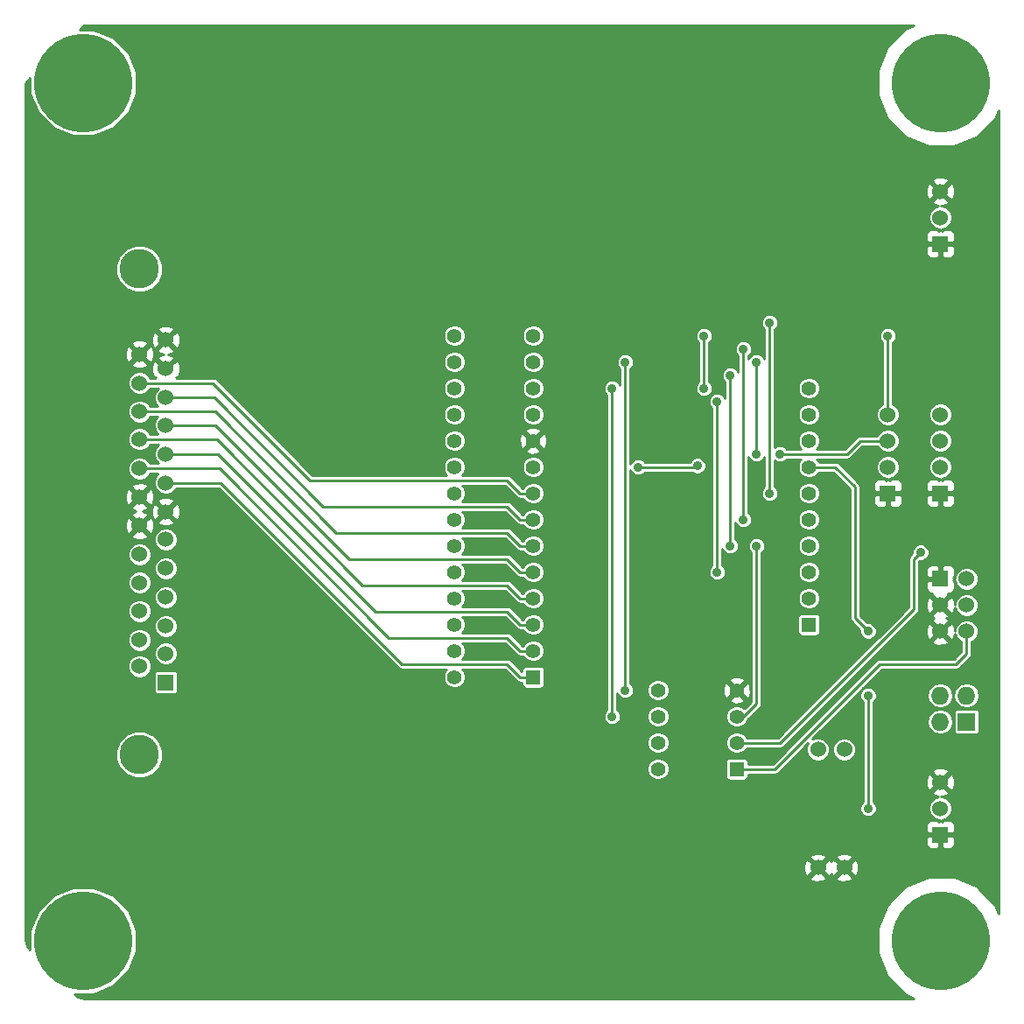
<source format=gbl>
G04 #@! TF.FileFunction,Copper,L2,Bot,Signal*
%FSLAX46Y46*%
G04 Gerber Fmt 4.6, Leading zero omitted, Abs format (unit mm)*
G04 Created by KiCad (PCBNEW (after 2015-mar-04 BZR unknown)-product) date 4/18/2015 4:23:09 PM*
%MOMM*%
G01*
G04 APERTURE LIST*
%ADD10C,0.150000*%
%ADD11C,1.397000*%
%ADD12R,1.397000X1.397000*%
%ADD13C,9.525000*%
%ADD14R,1.524000X1.524000*%
%ADD15C,1.524000*%
%ADD16C,3.810000*%
%ADD17R,1.727200X1.727200*%
%ADD18O,1.727200X1.727200*%
%ADD19C,0.889000*%
%ADD20C,0.254000*%
G04 APERTURE END LIST*
D10*
D11*
X49530000Y-60960000D03*
X49530000Y-58420000D03*
X49530000Y-55880000D03*
X49530000Y-53340000D03*
X49530000Y-50800000D03*
X49530000Y-48260000D03*
X49530000Y-45720000D03*
X49530000Y-43180000D03*
X49530000Y-40640000D03*
X49530000Y-38100000D03*
X49530000Y-35560000D03*
X49530000Y-33020000D03*
X49530000Y-30480000D03*
D12*
X49530000Y-63500000D03*
D11*
X41910000Y-30480000D03*
X41910000Y-33020000D03*
X41910000Y-35560000D03*
X41910000Y-38100000D03*
X41910000Y-40640000D03*
X41910000Y-43180000D03*
X41910000Y-45720000D03*
X41910000Y-48260000D03*
X41910000Y-50800000D03*
X41910000Y-53340000D03*
X41910000Y-55880000D03*
X41910000Y-58420000D03*
X41910000Y-60960000D03*
X41910000Y-63500000D03*
D13*
X6000000Y-6000000D03*
X89000000Y-6000000D03*
X6000000Y-89000000D03*
X89000000Y-89000000D03*
D14*
X88900000Y-45720000D03*
D15*
X88900000Y-43180000D03*
X88900000Y-40640000D03*
X88900000Y-38100000D03*
D14*
X88900000Y-53975000D03*
D15*
X91440000Y-53975000D03*
X88900000Y-56515000D03*
X91440000Y-56515000D03*
X88900000Y-59055000D03*
X91440000Y-59055000D03*
D16*
X11430000Y-24005000D03*
X11430000Y-70995000D03*
D14*
X13970000Y-64010000D03*
D15*
X13970000Y-61216000D03*
X13970000Y-58549000D03*
X13970000Y-55755000D03*
X13970000Y-52961000D03*
X13970000Y-50167000D03*
X13970000Y-47500000D03*
X13970000Y-44706000D03*
X13970000Y-41912000D03*
X13970000Y-39118000D03*
X13970000Y-36451000D03*
X13970000Y-33657000D03*
X13970000Y-30863000D03*
X11430000Y-62435200D03*
X11430000Y-59895200D03*
X11430000Y-57101200D03*
X11430000Y-54358000D03*
X11430000Y-51614800D03*
X11430000Y-48820800D03*
X11430000Y-46077600D03*
X11430000Y-43334400D03*
X11430000Y-40489600D03*
X11430000Y-37797200D03*
X11430000Y-35054000D03*
X11430000Y-32260000D03*
D12*
X76200000Y-58420000D03*
D11*
X76200000Y-55880000D03*
X76200000Y-53340000D03*
X76200000Y-50800000D03*
X76200000Y-48260000D03*
X76200000Y-45720000D03*
X76200000Y-43180000D03*
X76200000Y-40640000D03*
X76200000Y-38100000D03*
X76200000Y-35560000D03*
D14*
X83820000Y-45720000D03*
D15*
X83820000Y-43180000D03*
X83820000Y-40640000D03*
X83820000Y-38100000D03*
D14*
X88900000Y-21590000D03*
D15*
X88900000Y-19050000D03*
X88900000Y-16510000D03*
D14*
X88900000Y-78740000D03*
D15*
X88900000Y-76200000D03*
X88900000Y-73660000D03*
D12*
X69215000Y-72390000D03*
D11*
X69215000Y-69850000D03*
X69215000Y-67310000D03*
X69215000Y-64770000D03*
X61595000Y-64770000D03*
X61595000Y-67310000D03*
X61595000Y-69850000D03*
X61595000Y-72390000D03*
D15*
X77089000Y-70485000D03*
X77089000Y-81915000D03*
X79629000Y-70485000D03*
X79629000Y-81915000D03*
D17*
X91440000Y-67818000D03*
D18*
X88900000Y-67818000D03*
X91440000Y-65278000D03*
X88900000Y-65278000D03*
D19*
X72390000Y-29210000D03*
X72390000Y-45720000D03*
X69850000Y-31750000D03*
X69850000Y-48260000D03*
X86995000Y-51435000D03*
X68580000Y-34290000D03*
X68580000Y-50800000D03*
X71120000Y-50800000D03*
X66040000Y-35560000D03*
X66040000Y-30480000D03*
X83820000Y-30480000D03*
X57150000Y-35560000D03*
X57150000Y-67310000D03*
X71120000Y-41910000D03*
X71120000Y-33020000D03*
X58420000Y-33020000D03*
X58420000Y-64770000D03*
X73406000Y-41910000D03*
X67310000Y-36830000D03*
X67310000Y-53340000D03*
X81915000Y-59055000D03*
X81915000Y-76200000D03*
X81915000Y-65278000D03*
X65405000Y-43053000D03*
X59690000Y-43180000D03*
D20*
X72390000Y-45720000D02*
X72390000Y-29210000D01*
X69215000Y-72390000D02*
X72898000Y-72390000D01*
X91440000Y-61214000D02*
X91440000Y-59055000D01*
X90424000Y-62230000D02*
X91440000Y-61214000D01*
X83058000Y-62230000D02*
X90424000Y-62230000D01*
X72898000Y-72390000D02*
X83058000Y-62230000D01*
X69850000Y-31750000D02*
X69850000Y-48260000D01*
X69215000Y-69850000D02*
X73406000Y-69850000D01*
X86360000Y-56896000D02*
X86360000Y-52070000D01*
X73406000Y-69850000D02*
X86360000Y-56896000D01*
X86995000Y-51435000D02*
X86360000Y-52070000D01*
X68580000Y-34290000D02*
X68580000Y-38735000D01*
X68580000Y-38735000D02*
X68580000Y-39370000D01*
X68580000Y-39370000D02*
X68580000Y-50800000D01*
X69215000Y-67310000D02*
X69850000Y-67310000D01*
X71120000Y-66040000D02*
X71120000Y-50800000D01*
X69850000Y-67310000D02*
X71120000Y-66040000D01*
X66040000Y-35560000D02*
X66040000Y-30480000D01*
X83820000Y-30480000D02*
X83820000Y-38100000D01*
X57150000Y-67310000D02*
X57150000Y-35560000D01*
X71120000Y-41910000D02*
X71120000Y-33020000D01*
X58420000Y-64770000D02*
X58420000Y-33020000D01*
X81153000Y-40640000D02*
X79883000Y-41910000D01*
X79883000Y-41910000D02*
X73406000Y-41910000D01*
X83820000Y-40640000D02*
X81153000Y-40640000D01*
X67310000Y-36830000D02*
X67310000Y-53340000D01*
X78740000Y-43180000D02*
X76200000Y-43180000D01*
X80645000Y-45085000D02*
X78740000Y-43180000D01*
X80645000Y-57785000D02*
X80645000Y-45085000D01*
X81915000Y-59055000D02*
X80645000Y-57785000D01*
X81915000Y-76200000D02*
X81915000Y-71628000D01*
X81915000Y-71628000D02*
X81915000Y-65278000D01*
X65405000Y-43053000D02*
X65278000Y-43180000D01*
X65278000Y-43180000D02*
X59690000Y-43180000D01*
X49530000Y-63500000D02*
X48260000Y-63500000D01*
X19306000Y-44706000D02*
X13970000Y-44706000D01*
X36830000Y-62230000D02*
X19306000Y-44706000D01*
X46990000Y-62230000D02*
X36830000Y-62230000D01*
X48260000Y-63500000D02*
X46990000Y-62230000D01*
X49530000Y-58420000D02*
X48260000Y-58420000D01*
X19052000Y-41912000D02*
X13970000Y-41912000D01*
X34290000Y-57150000D02*
X19052000Y-41912000D01*
X46990000Y-57150000D02*
X34290000Y-57150000D01*
X48260000Y-58420000D02*
X46990000Y-57150000D01*
X49530000Y-53340000D02*
X48260000Y-53340000D01*
X18798000Y-39118000D02*
X13970000Y-39118000D01*
X31750000Y-52070000D02*
X18798000Y-39118000D01*
X46990000Y-52070000D02*
X31750000Y-52070000D01*
X48260000Y-53340000D02*
X46990000Y-52070000D01*
X49530000Y-48260000D02*
X48260000Y-48260000D01*
X18671000Y-36451000D02*
X13970000Y-36451000D01*
X29210000Y-46990000D02*
X18671000Y-36451000D01*
X46990000Y-46990000D02*
X29210000Y-46990000D01*
X48260000Y-48260000D02*
X46990000Y-46990000D01*
X49530000Y-60960000D02*
X48260000Y-60960000D01*
X19204400Y-43334400D02*
X11430000Y-43334400D01*
X35560000Y-59690000D02*
X19204400Y-43334400D01*
X46990000Y-59690000D02*
X35560000Y-59690000D01*
X48260000Y-60960000D02*
X46990000Y-59690000D01*
X49530000Y-55880000D02*
X48260000Y-55880000D01*
X18899600Y-40489600D02*
X11430000Y-40489600D01*
X33020000Y-54610000D02*
X18899600Y-40489600D01*
X46990000Y-54610000D02*
X33020000Y-54610000D01*
X48260000Y-55880000D02*
X46990000Y-54610000D01*
X49530000Y-50800000D02*
X48260000Y-50800000D01*
X18747200Y-37797200D02*
X11430000Y-37797200D01*
X30480000Y-49530000D02*
X18747200Y-37797200D01*
X46990000Y-49530000D02*
X30480000Y-49530000D01*
X48260000Y-50800000D02*
X46990000Y-49530000D01*
X49530000Y-45720000D02*
X48260000Y-45720000D01*
X18544000Y-35054000D02*
X11430000Y-35054000D01*
X27940000Y-44450000D02*
X18544000Y-35054000D01*
X46990000Y-44450000D02*
X27940000Y-44450000D01*
X48260000Y-45720000D02*
X46990000Y-44450000D01*
G36*
X94569000Y-86348473D02*
X94224815Y-85515482D01*
X92708983Y-83997002D01*
X92708983Y-65278000D01*
X92614243Y-64801712D01*
X92583198Y-64755249D01*
X92583198Y-58828641D01*
X92583198Y-56288641D01*
X92583198Y-53748641D01*
X92409554Y-53328388D01*
X92088303Y-53006577D01*
X91668354Y-52832199D01*
X91213641Y-52831802D01*
X90793388Y-53005446D01*
X90471577Y-53326697D01*
X90309144Y-53717879D01*
X90309144Y-16717698D01*
X90281362Y-16162632D01*
X90122397Y-15778857D01*
X89880213Y-15709392D01*
X89700608Y-15888997D01*
X89700608Y-15529787D01*
X89631143Y-15287603D01*
X89107698Y-15100856D01*
X88552632Y-15128638D01*
X88168857Y-15287603D01*
X88099392Y-15529787D01*
X88900000Y-16330395D01*
X89700608Y-15529787D01*
X89700608Y-15888997D01*
X89079605Y-16510000D01*
X89880213Y-17310608D01*
X90122397Y-17241143D01*
X90309144Y-16717698D01*
X90309144Y-53717879D01*
X90297199Y-53746646D01*
X90297000Y-53974575D01*
X90297000Y-53847998D01*
X90138252Y-53847998D01*
X90297000Y-53689250D01*
X90297000Y-53086691D01*
X90297000Y-46608310D01*
X90297000Y-46355691D01*
X90297000Y-46005750D01*
X90297000Y-45434250D01*
X90297000Y-45084309D01*
X90297000Y-44831690D01*
X90297000Y-22478309D01*
X90297000Y-21875750D01*
X90297000Y-21304250D01*
X90297000Y-20701691D01*
X90200327Y-20468302D01*
X90043198Y-20311172D01*
X90021699Y-20289673D01*
X89788310Y-20193000D01*
X89535691Y-20193000D01*
X89185750Y-20193000D01*
X89027002Y-20351748D01*
X89027002Y-20193111D01*
X89126359Y-20193198D01*
X89546612Y-20019554D01*
X89868423Y-19698303D01*
X90042801Y-19278354D01*
X90043198Y-18823641D01*
X89869554Y-18403388D01*
X89548303Y-18081577D01*
X89128354Y-17907199D01*
X88934339Y-17907029D01*
X89247368Y-17891362D01*
X89631143Y-17732397D01*
X89700608Y-17490213D01*
X88900000Y-16689605D01*
X88720395Y-16869210D01*
X88720395Y-16510000D01*
X87919787Y-15709392D01*
X87677603Y-15778857D01*
X87490856Y-16302302D01*
X87518638Y-16857368D01*
X87677603Y-17241143D01*
X87919787Y-17310608D01*
X88720395Y-16510000D01*
X88720395Y-16869210D01*
X88099392Y-17490213D01*
X88168857Y-17732397D01*
X88666258Y-17909852D01*
X88253388Y-18080446D01*
X87931577Y-18401697D01*
X87757199Y-18821646D01*
X87756802Y-19276359D01*
X87930446Y-19696612D01*
X88251697Y-20018423D01*
X88671646Y-20192801D01*
X88899575Y-20193000D01*
X88772998Y-20193000D01*
X88772998Y-20351748D01*
X88614250Y-20193000D01*
X88264309Y-20193000D01*
X88011690Y-20193000D01*
X87778301Y-20289673D01*
X87599673Y-20468302D01*
X87503000Y-20701691D01*
X87503000Y-21304250D01*
X87661750Y-21463000D01*
X88773000Y-21463000D01*
X88773000Y-21443000D01*
X89027000Y-21443000D01*
X89027000Y-21463000D01*
X90138250Y-21463000D01*
X90297000Y-21304250D01*
X90297000Y-21875750D01*
X90138250Y-21717000D01*
X89027000Y-21717000D01*
X89027000Y-22828250D01*
X89185750Y-22987000D01*
X89535691Y-22987000D01*
X89788310Y-22987000D01*
X90021699Y-22890327D01*
X90200327Y-22711698D01*
X90297000Y-22478309D01*
X90297000Y-44831690D01*
X90200327Y-44598301D01*
X90043198Y-44441172D01*
X90021698Y-44419673D01*
X89788309Y-44323000D01*
X89185750Y-44323000D01*
X89027002Y-44481748D01*
X89027002Y-44323111D01*
X89126359Y-44323198D01*
X89546612Y-44149554D01*
X89868423Y-43828303D01*
X90042801Y-43408354D01*
X90043198Y-42953641D01*
X90043198Y-40413641D01*
X90043198Y-37873641D01*
X89869554Y-37453388D01*
X89548303Y-37131577D01*
X89128354Y-36957199D01*
X88773000Y-36956888D01*
X88773000Y-22828250D01*
X88773000Y-21717000D01*
X87661750Y-21717000D01*
X87503000Y-21875750D01*
X87503000Y-22478309D01*
X87599673Y-22711698D01*
X87778301Y-22890327D01*
X88011690Y-22987000D01*
X88264309Y-22987000D01*
X88614250Y-22987000D01*
X88773000Y-22828250D01*
X88773000Y-36956888D01*
X88673641Y-36956802D01*
X88253388Y-37130446D01*
X87931577Y-37451697D01*
X87757199Y-37871646D01*
X87756802Y-38326359D01*
X87930446Y-38746612D01*
X88251697Y-39068423D01*
X88671646Y-39242801D01*
X89126359Y-39243198D01*
X89546612Y-39069554D01*
X89868423Y-38748303D01*
X90042801Y-38328354D01*
X90043198Y-37873641D01*
X90043198Y-40413641D01*
X89869554Y-39993388D01*
X89548303Y-39671577D01*
X89128354Y-39497199D01*
X88673641Y-39496802D01*
X88253388Y-39670446D01*
X87931577Y-39991697D01*
X87757199Y-40411646D01*
X87756802Y-40866359D01*
X87930446Y-41286612D01*
X88251697Y-41608423D01*
X88671646Y-41782801D01*
X89126359Y-41783198D01*
X89546612Y-41609554D01*
X89868423Y-41288303D01*
X90042801Y-40868354D01*
X90043198Y-40413641D01*
X90043198Y-42953641D01*
X89869554Y-42533388D01*
X89548303Y-42211577D01*
X89128354Y-42037199D01*
X88673641Y-42036802D01*
X88253388Y-42210446D01*
X87931577Y-42531697D01*
X87757199Y-42951646D01*
X87756802Y-43406359D01*
X87930446Y-43826612D01*
X88251697Y-44148423D01*
X88671646Y-44322801D01*
X88899575Y-44323000D01*
X88772998Y-44323000D01*
X88772998Y-44481748D01*
X88614250Y-44323000D01*
X88011691Y-44323000D01*
X87778302Y-44419673D01*
X87599673Y-44598301D01*
X87503000Y-44831690D01*
X87503000Y-45084309D01*
X87503000Y-45434250D01*
X87661750Y-45593000D01*
X88773000Y-45593000D01*
X88773000Y-45573000D01*
X89027000Y-45573000D01*
X89027000Y-45593000D01*
X90138250Y-45593000D01*
X90297000Y-45434250D01*
X90297000Y-46005750D01*
X90138250Y-45847000D01*
X89027000Y-45847000D01*
X89027000Y-46958250D01*
X89185750Y-47117000D01*
X89788309Y-47117000D01*
X90021698Y-47020327D01*
X90200327Y-46841699D01*
X90297000Y-46608310D01*
X90297000Y-53086691D01*
X90200327Y-52853302D01*
X90021699Y-52674673D01*
X89788310Y-52578000D01*
X89535691Y-52578000D01*
X89185750Y-52578000D01*
X89027000Y-52736750D01*
X89027000Y-53848000D01*
X89047000Y-53848000D01*
X89047000Y-54102000D01*
X89027000Y-54102000D01*
X89027000Y-54122000D01*
X88773000Y-54122000D01*
X88773000Y-54102000D01*
X88773000Y-53848000D01*
X88773000Y-52736750D01*
X88773000Y-46958250D01*
X88773000Y-45847000D01*
X87661750Y-45847000D01*
X87503000Y-46005750D01*
X87503000Y-46355691D01*
X87503000Y-46608310D01*
X87599673Y-46841699D01*
X87778302Y-47020327D01*
X88011691Y-47117000D01*
X88614250Y-47117000D01*
X88773000Y-46958250D01*
X88773000Y-52736750D01*
X88614250Y-52578000D01*
X88264309Y-52578000D01*
X88011690Y-52578000D01*
X87820643Y-52657134D01*
X87820643Y-51271518D01*
X87695233Y-50968002D01*
X87463219Y-50735583D01*
X87159923Y-50609643D01*
X86831518Y-50609357D01*
X86528002Y-50734767D01*
X86295583Y-50966781D01*
X86169643Y-51270077D01*
X86169406Y-51542173D01*
X86000790Y-51710790D01*
X85890669Y-51875597D01*
X85852000Y-52070000D01*
X85852000Y-56685579D01*
X85217000Y-57320579D01*
X85217000Y-46608310D01*
X85217000Y-46355691D01*
X85217000Y-46005750D01*
X85217000Y-45434250D01*
X85217000Y-45084309D01*
X85217000Y-44831690D01*
X85120327Y-44598301D01*
X84963198Y-44441172D01*
X84941698Y-44419673D01*
X84708309Y-44323000D01*
X84105750Y-44323000D01*
X83947002Y-44481748D01*
X83947002Y-44323111D01*
X84046359Y-44323198D01*
X84466612Y-44149554D01*
X84788423Y-43828303D01*
X84962801Y-43408354D01*
X84963198Y-42953641D01*
X84963198Y-40413641D01*
X84963198Y-37873641D01*
X84789554Y-37453388D01*
X84468303Y-37131577D01*
X84328000Y-37073318D01*
X84328000Y-31139302D01*
X84519417Y-30948219D01*
X84645357Y-30644923D01*
X84645643Y-30316518D01*
X84520233Y-30013002D01*
X84288219Y-29780583D01*
X83984923Y-29654643D01*
X83656518Y-29654357D01*
X83353002Y-29779767D01*
X83120583Y-30011781D01*
X82994643Y-30315077D01*
X82994357Y-30643482D01*
X83119767Y-30946998D01*
X83312000Y-31139566D01*
X83312000Y-37073173D01*
X83173388Y-37130446D01*
X82851577Y-37451697D01*
X82677199Y-37871646D01*
X82676802Y-38326359D01*
X82850446Y-38746612D01*
X83171697Y-39068423D01*
X83591646Y-39242801D01*
X84046359Y-39243198D01*
X84466612Y-39069554D01*
X84788423Y-38748303D01*
X84962801Y-38328354D01*
X84963198Y-37873641D01*
X84963198Y-40413641D01*
X84789554Y-39993388D01*
X84468303Y-39671577D01*
X84048354Y-39497199D01*
X83593641Y-39496802D01*
X83173388Y-39670446D01*
X82851577Y-39991697D01*
X82793318Y-40132000D01*
X81153000Y-40132000D01*
X80990849Y-40164253D01*
X80958596Y-40170669D01*
X80793790Y-40280790D01*
X79672580Y-41402000D01*
X76964646Y-41402000D01*
X77114622Y-41252286D01*
X77279313Y-40855668D01*
X77279687Y-40426216D01*
X77279687Y-37886216D01*
X77279687Y-35346216D01*
X77115689Y-34949311D01*
X76812286Y-34645378D01*
X76415668Y-34480687D01*
X75986216Y-34480313D01*
X75589311Y-34644311D01*
X75285378Y-34947714D01*
X75120687Y-35344332D01*
X75120313Y-35773784D01*
X75284311Y-36170689D01*
X75587714Y-36474622D01*
X75984332Y-36639313D01*
X76413784Y-36639687D01*
X76810689Y-36475689D01*
X77114622Y-36172286D01*
X77279313Y-35775668D01*
X77279687Y-35346216D01*
X77279687Y-37886216D01*
X77115689Y-37489311D01*
X76812286Y-37185378D01*
X76415668Y-37020687D01*
X75986216Y-37020313D01*
X75589311Y-37184311D01*
X75285378Y-37487714D01*
X75120687Y-37884332D01*
X75120313Y-38313784D01*
X75284311Y-38710689D01*
X75587714Y-39014622D01*
X75984332Y-39179313D01*
X76413784Y-39179687D01*
X76810689Y-39015689D01*
X77114622Y-38712286D01*
X77279313Y-38315668D01*
X77279687Y-37886216D01*
X77279687Y-40426216D01*
X77115689Y-40029311D01*
X76812286Y-39725378D01*
X76415668Y-39560687D01*
X75986216Y-39560313D01*
X75589311Y-39724311D01*
X75285378Y-40027714D01*
X75120687Y-40424332D01*
X75120313Y-40853784D01*
X75284311Y-41250689D01*
X75435358Y-41402000D01*
X74065302Y-41402000D01*
X73874219Y-41210583D01*
X73570923Y-41084643D01*
X73242518Y-41084357D01*
X72939002Y-41209767D01*
X72898000Y-41250697D01*
X72898000Y-29869302D01*
X73089417Y-29678219D01*
X73215357Y-29374923D01*
X73215643Y-29046518D01*
X73090233Y-28743002D01*
X72858219Y-28510583D01*
X72554923Y-28384643D01*
X72226518Y-28384357D01*
X71923002Y-28509767D01*
X71690583Y-28741781D01*
X71564643Y-29045077D01*
X71564357Y-29373482D01*
X71689767Y-29676998D01*
X71882000Y-29869566D01*
X71882000Y-32702489D01*
X71820233Y-32553002D01*
X71588219Y-32320583D01*
X71284923Y-32194643D01*
X70956518Y-32194357D01*
X70653002Y-32319767D01*
X70420583Y-32551781D01*
X70358000Y-32702497D01*
X70358000Y-32409302D01*
X70549417Y-32218219D01*
X70675357Y-31914923D01*
X70675643Y-31586518D01*
X70550233Y-31283002D01*
X70318219Y-31050583D01*
X70014923Y-30924643D01*
X69686518Y-30924357D01*
X69383002Y-31049767D01*
X69150583Y-31281781D01*
X69024643Y-31585077D01*
X69024357Y-31913482D01*
X69149767Y-32216998D01*
X69342000Y-32409566D01*
X69342000Y-33972489D01*
X69280233Y-33823002D01*
X69048219Y-33590583D01*
X68744923Y-33464643D01*
X68416518Y-33464357D01*
X68113002Y-33589767D01*
X67880583Y-33821781D01*
X67754643Y-34125077D01*
X67754357Y-34453482D01*
X67879767Y-34756998D01*
X68072000Y-34949566D01*
X68072000Y-36512489D01*
X68010233Y-36363002D01*
X67778219Y-36130583D01*
X67474923Y-36004643D01*
X67146518Y-36004357D01*
X66865643Y-36120411D01*
X66865643Y-35396518D01*
X66740233Y-35093002D01*
X66548000Y-34900433D01*
X66548000Y-31139302D01*
X66739417Y-30948219D01*
X66865357Y-30644923D01*
X66865643Y-30316518D01*
X66740233Y-30013002D01*
X66508219Y-29780583D01*
X66204923Y-29654643D01*
X65876518Y-29654357D01*
X65573002Y-29779767D01*
X65340583Y-30011781D01*
X65214643Y-30315077D01*
X65214357Y-30643482D01*
X65339767Y-30946998D01*
X65532000Y-31139566D01*
X65532000Y-34900697D01*
X65340583Y-35091781D01*
X65214643Y-35395077D01*
X65214357Y-35723482D01*
X65339767Y-36026998D01*
X65571781Y-36259417D01*
X65875077Y-36385357D01*
X66203482Y-36385643D01*
X66506998Y-36260233D01*
X66739417Y-36028219D01*
X66865357Y-35724923D01*
X66865643Y-35396518D01*
X66865643Y-36120411D01*
X66843002Y-36129767D01*
X66610583Y-36361781D01*
X66484643Y-36665077D01*
X66484357Y-36993482D01*
X66609767Y-37296998D01*
X66802000Y-37489566D01*
X66802000Y-52680697D01*
X66610583Y-52871781D01*
X66484643Y-53175077D01*
X66484357Y-53503482D01*
X66609767Y-53806998D01*
X66841781Y-54039417D01*
X67145077Y-54165357D01*
X67473482Y-54165643D01*
X67776998Y-54040233D01*
X68009417Y-53808219D01*
X68135357Y-53504923D01*
X68135643Y-53176518D01*
X68010233Y-52873002D01*
X67818000Y-52680433D01*
X67818000Y-51117510D01*
X67879767Y-51266998D01*
X68111781Y-51499417D01*
X68415077Y-51625357D01*
X68743482Y-51625643D01*
X69046998Y-51500233D01*
X69279417Y-51268219D01*
X69405357Y-50964923D01*
X69405643Y-50636518D01*
X69280233Y-50333002D01*
X69088000Y-50140433D01*
X69088000Y-48577510D01*
X69149767Y-48726998D01*
X69381781Y-48959417D01*
X69685077Y-49085357D01*
X70013482Y-49085643D01*
X70316998Y-48960233D01*
X70549417Y-48728219D01*
X70675357Y-48424923D01*
X70675643Y-48096518D01*
X70550233Y-47793002D01*
X70358000Y-47600433D01*
X70358000Y-42227510D01*
X70419767Y-42376998D01*
X70651781Y-42609417D01*
X70955077Y-42735357D01*
X71283482Y-42735643D01*
X71586998Y-42610233D01*
X71819417Y-42378219D01*
X71882000Y-42227502D01*
X71882000Y-45060697D01*
X71690583Y-45251781D01*
X71564643Y-45555077D01*
X71564357Y-45883482D01*
X71689767Y-46186998D01*
X71921781Y-46419417D01*
X72225077Y-46545357D01*
X72553482Y-46545643D01*
X72856998Y-46420233D01*
X73089417Y-46188219D01*
X73215357Y-45884923D01*
X73215643Y-45556518D01*
X73090233Y-45253002D01*
X72898000Y-45060433D01*
X72898000Y-42569566D01*
X72937781Y-42609417D01*
X73241077Y-42735357D01*
X73569482Y-42735643D01*
X73872998Y-42610233D01*
X74065566Y-42418000D01*
X75435353Y-42418000D01*
X75285378Y-42567714D01*
X75120687Y-42964332D01*
X75120313Y-43393784D01*
X75284311Y-43790689D01*
X75587714Y-44094622D01*
X75984332Y-44259313D01*
X76413784Y-44259687D01*
X76810689Y-44095689D01*
X77114622Y-43792286D01*
X77157925Y-43688000D01*
X78529580Y-43688000D01*
X80137000Y-45295420D01*
X80137000Y-57785000D01*
X80175669Y-57979403D01*
X80285790Y-58144210D01*
X81089592Y-58948012D01*
X81089357Y-59218482D01*
X81214767Y-59521998D01*
X81446781Y-59754417D01*
X81750077Y-59880357D01*
X82078482Y-59880643D01*
X82381998Y-59755233D01*
X82614417Y-59523219D01*
X82740357Y-59219923D01*
X82740643Y-58891518D01*
X82615233Y-58588002D01*
X82383219Y-58355583D01*
X82079923Y-58229643D01*
X81807826Y-58229406D01*
X81153000Y-57574580D01*
X81153000Y-45085000D01*
X81114331Y-44890597D01*
X81004210Y-44725790D01*
X79099210Y-42820790D01*
X78934403Y-42710669D01*
X78740000Y-42672000D01*
X77158119Y-42672000D01*
X77115689Y-42569311D01*
X76964641Y-42418000D01*
X79883000Y-42418000D01*
X80077403Y-42379331D01*
X80242210Y-42269210D01*
X81363420Y-41148000D01*
X82793173Y-41148000D01*
X82850446Y-41286612D01*
X83171697Y-41608423D01*
X83591646Y-41782801D01*
X84046359Y-41783198D01*
X84466612Y-41609554D01*
X84788423Y-41288303D01*
X84962801Y-40868354D01*
X84963198Y-40413641D01*
X84963198Y-42953641D01*
X84789554Y-42533388D01*
X84468303Y-42211577D01*
X84048354Y-42037199D01*
X83593641Y-42036802D01*
X83173388Y-42210446D01*
X82851577Y-42531697D01*
X82677199Y-42951646D01*
X82676802Y-43406359D01*
X82850446Y-43826612D01*
X83171697Y-44148423D01*
X83591646Y-44322801D01*
X83819575Y-44323000D01*
X83692998Y-44323000D01*
X83692998Y-44481748D01*
X83534250Y-44323000D01*
X82931691Y-44323000D01*
X82698302Y-44419673D01*
X82519673Y-44598301D01*
X82423000Y-44831690D01*
X82423000Y-45084309D01*
X82423000Y-45434250D01*
X82581750Y-45593000D01*
X83693000Y-45593000D01*
X83693000Y-45573000D01*
X83947000Y-45573000D01*
X83947000Y-45593000D01*
X85058250Y-45593000D01*
X85217000Y-45434250D01*
X85217000Y-46005750D01*
X85058250Y-45847000D01*
X83947000Y-45847000D01*
X83947000Y-46958250D01*
X84105750Y-47117000D01*
X84708309Y-47117000D01*
X84941698Y-47020327D01*
X85120327Y-46841699D01*
X85217000Y-46608310D01*
X85217000Y-57320579D01*
X83693000Y-58844579D01*
X83693000Y-46958250D01*
X83693000Y-45847000D01*
X82581750Y-45847000D01*
X82423000Y-46005750D01*
X82423000Y-46355691D01*
X82423000Y-46608310D01*
X82519673Y-46841699D01*
X82698302Y-47020327D01*
X82931691Y-47117000D01*
X83534250Y-47117000D01*
X83693000Y-46958250D01*
X83693000Y-58844579D01*
X77286964Y-65250615D01*
X77286964Y-59118500D01*
X77286964Y-57721500D01*
X77279687Y-57683993D01*
X77279687Y-55666216D01*
X77279687Y-53126216D01*
X77279687Y-50586216D01*
X77279687Y-48046216D01*
X77279687Y-45506216D01*
X77115689Y-45109311D01*
X76812286Y-44805378D01*
X76415668Y-44640687D01*
X75986216Y-44640313D01*
X75589311Y-44804311D01*
X75285378Y-45107714D01*
X75120687Y-45504332D01*
X75120313Y-45933784D01*
X75284311Y-46330689D01*
X75587714Y-46634622D01*
X75984332Y-46799313D01*
X76413784Y-46799687D01*
X76810689Y-46635689D01*
X77114622Y-46332286D01*
X77279313Y-45935668D01*
X77279687Y-45506216D01*
X77279687Y-48046216D01*
X77115689Y-47649311D01*
X76812286Y-47345378D01*
X76415668Y-47180687D01*
X75986216Y-47180313D01*
X75589311Y-47344311D01*
X75285378Y-47647714D01*
X75120687Y-48044332D01*
X75120313Y-48473784D01*
X75284311Y-48870689D01*
X75587714Y-49174622D01*
X75984332Y-49339313D01*
X76413784Y-49339687D01*
X76810689Y-49175689D01*
X77114622Y-48872286D01*
X77279313Y-48475668D01*
X77279687Y-48046216D01*
X77279687Y-50586216D01*
X77115689Y-50189311D01*
X76812286Y-49885378D01*
X76415668Y-49720687D01*
X75986216Y-49720313D01*
X75589311Y-49884311D01*
X75285378Y-50187714D01*
X75120687Y-50584332D01*
X75120313Y-51013784D01*
X75284311Y-51410689D01*
X75587714Y-51714622D01*
X75984332Y-51879313D01*
X76413784Y-51879687D01*
X76810689Y-51715689D01*
X77114622Y-51412286D01*
X77279313Y-51015668D01*
X77279687Y-50586216D01*
X77279687Y-53126216D01*
X77115689Y-52729311D01*
X76812286Y-52425378D01*
X76415668Y-52260687D01*
X75986216Y-52260313D01*
X75589311Y-52424311D01*
X75285378Y-52727714D01*
X75120687Y-53124332D01*
X75120313Y-53553784D01*
X75284311Y-53950689D01*
X75587714Y-54254622D01*
X75984332Y-54419313D01*
X76413784Y-54419687D01*
X76810689Y-54255689D01*
X77114622Y-53952286D01*
X77279313Y-53555668D01*
X77279687Y-53126216D01*
X77279687Y-55666216D01*
X77115689Y-55269311D01*
X76812286Y-54965378D01*
X76415668Y-54800687D01*
X75986216Y-54800313D01*
X75589311Y-54964311D01*
X75285378Y-55267714D01*
X75120687Y-55664332D01*
X75120313Y-56093784D01*
X75284311Y-56490689D01*
X75587714Y-56794622D01*
X75984332Y-56959313D01*
X76413784Y-56959687D01*
X76810689Y-56795689D01*
X77114622Y-56492286D01*
X77279313Y-56095668D01*
X77279687Y-55666216D01*
X77279687Y-57683993D01*
X77258778Y-57576226D01*
X77174904Y-57448544D01*
X77048284Y-57363074D01*
X76898500Y-57333036D01*
X75501500Y-57333036D01*
X75356226Y-57361222D01*
X75228544Y-57445096D01*
X75143074Y-57571716D01*
X75113036Y-57721500D01*
X75113036Y-59118500D01*
X75141222Y-59263774D01*
X75225096Y-59391456D01*
X75351716Y-59476926D01*
X75501500Y-59506964D01*
X76898500Y-59506964D01*
X77043774Y-59478778D01*
X77171456Y-59394904D01*
X77256926Y-59268284D01*
X77286964Y-59118500D01*
X77286964Y-65250615D01*
X73195579Y-69342000D01*
X71945643Y-69342000D01*
X71945643Y-50636518D01*
X71820233Y-50333002D01*
X71588219Y-50100583D01*
X71284923Y-49974643D01*
X70956518Y-49974357D01*
X70653002Y-50099767D01*
X70420583Y-50331781D01*
X70294643Y-50635077D01*
X70294357Y-50963482D01*
X70419767Y-51266998D01*
X70612000Y-51459566D01*
X70612000Y-65829580D01*
X70560927Y-65880652D01*
X70560927Y-64962520D01*
X70532148Y-64432801D01*
X70384800Y-64077071D01*
X70149188Y-64015417D01*
X69969583Y-64195022D01*
X69969583Y-63835812D01*
X69907929Y-63600200D01*
X69407520Y-63424073D01*
X68877801Y-63452852D01*
X68522071Y-63600200D01*
X68460417Y-63835812D01*
X69215000Y-64590395D01*
X69969583Y-63835812D01*
X69969583Y-64195022D01*
X69394605Y-64770000D01*
X70149188Y-65524583D01*
X70384800Y-65462929D01*
X70560927Y-64962520D01*
X70560927Y-65880652D01*
X69969583Y-66471996D01*
X69969583Y-65704188D01*
X69215000Y-64949605D01*
X69035395Y-65129210D01*
X69035395Y-64770000D01*
X68280812Y-64015417D01*
X68045200Y-64077071D01*
X67869073Y-64577480D01*
X67897852Y-65107199D01*
X68045200Y-65462929D01*
X68280812Y-65524583D01*
X69035395Y-64770000D01*
X69035395Y-65129210D01*
X68460417Y-65704188D01*
X68522071Y-65939800D01*
X69022480Y-66115927D01*
X69552199Y-66087148D01*
X69907929Y-65939800D01*
X69969583Y-65704188D01*
X69969583Y-66471996D01*
X69936648Y-66504931D01*
X69827286Y-66395378D01*
X69430668Y-66230687D01*
X69001216Y-66230313D01*
X68604311Y-66394311D01*
X68300378Y-66697714D01*
X68135687Y-67094332D01*
X68135313Y-67523784D01*
X68299311Y-67920689D01*
X68602714Y-68224622D01*
X68999332Y-68389313D01*
X69428784Y-68389687D01*
X69825689Y-68225689D01*
X70129622Y-67922286D01*
X70252815Y-67625604D01*
X71479210Y-66399210D01*
X71589331Y-66234404D01*
X71589331Y-66234403D01*
X71595746Y-66202150D01*
X71627999Y-66040000D01*
X71628000Y-66040000D01*
X71628000Y-51459302D01*
X71819417Y-51268219D01*
X71945357Y-50964923D01*
X71945643Y-50636518D01*
X71945643Y-69342000D01*
X70173119Y-69342000D01*
X70130689Y-69239311D01*
X69827286Y-68935378D01*
X69430668Y-68770687D01*
X69001216Y-68770313D01*
X68604311Y-68934311D01*
X68300378Y-69237714D01*
X68135687Y-69634332D01*
X68135313Y-70063784D01*
X68299311Y-70460689D01*
X68602714Y-70764622D01*
X68999332Y-70929313D01*
X69428784Y-70929687D01*
X69825689Y-70765689D01*
X70129622Y-70462286D01*
X70172925Y-70358000D01*
X73406000Y-70358000D01*
X73600403Y-70319331D01*
X73765210Y-70209210D01*
X86719210Y-57255211D01*
X86719210Y-57255210D01*
X86792790Y-57145090D01*
X86829330Y-57090404D01*
X86829331Y-57090403D01*
X86867999Y-56896000D01*
X86868000Y-56896000D01*
X86868000Y-52280420D01*
X86888012Y-52260407D01*
X87158482Y-52260643D01*
X87461998Y-52135233D01*
X87694417Y-51903219D01*
X87820357Y-51599923D01*
X87820643Y-51271518D01*
X87820643Y-52657134D01*
X87778301Y-52674673D01*
X87599673Y-52853302D01*
X87503000Y-53086691D01*
X87503000Y-53689250D01*
X87661750Y-53848000D01*
X88773000Y-53848000D01*
X88773000Y-54102000D01*
X87661750Y-54102000D01*
X87503000Y-54260750D01*
X87503000Y-54863309D01*
X87599673Y-55096698D01*
X87778301Y-55275327D01*
X88011690Y-55372000D01*
X88146083Y-55372000D01*
X88099392Y-55534787D01*
X88900000Y-56335395D01*
X89700608Y-55534787D01*
X89653916Y-55372000D01*
X89788310Y-55372000D01*
X90021699Y-55275327D01*
X90200327Y-55096698D01*
X90297000Y-54863309D01*
X90297000Y-54260750D01*
X90138252Y-54102002D01*
X90296888Y-54102002D01*
X90296802Y-54201359D01*
X90470446Y-54621612D01*
X90791697Y-54943423D01*
X91211646Y-55117801D01*
X91666359Y-55118198D01*
X92086612Y-54944554D01*
X92408423Y-54623303D01*
X92582801Y-54203354D01*
X92583198Y-53748641D01*
X92583198Y-56288641D01*
X92409554Y-55868388D01*
X92088303Y-55546577D01*
X91668354Y-55372199D01*
X91213641Y-55371802D01*
X90793388Y-55545446D01*
X90471577Y-55866697D01*
X90297199Y-56286646D01*
X90297029Y-56480660D01*
X90297000Y-56480080D01*
X90281362Y-56167632D01*
X90122397Y-55783857D01*
X89880213Y-55714392D01*
X89079605Y-56515000D01*
X89880213Y-57315608D01*
X90122397Y-57246143D01*
X90299852Y-56748741D01*
X90470446Y-57161612D01*
X90791697Y-57483423D01*
X91211646Y-57657801D01*
X91666359Y-57658198D01*
X92086612Y-57484554D01*
X92408423Y-57163303D01*
X92582801Y-56743354D01*
X92583198Y-56288641D01*
X92583198Y-58828641D01*
X92409554Y-58408388D01*
X92088303Y-58086577D01*
X91668354Y-57912199D01*
X91213641Y-57911802D01*
X90793388Y-58085446D01*
X90471577Y-58406697D01*
X90297199Y-58826646D01*
X90297029Y-59020660D01*
X90281362Y-58707632D01*
X90122397Y-58323857D01*
X89880213Y-58254392D01*
X89700608Y-58433997D01*
X89700608Y-58074787D01*
X89631143Y-57832603D01*
X89507655Y-57788547D01*
X89631143Y-57737397D01*
X89700608Y-57495213D01*
X88900000Y-56694605D01*
X88720395Y-56874210D01*
X88720395Y-56515000D01*
X87919787Y-55714392D01*
X87677603Y-55783857D01*
X87490856Y-56307302D01*
X87518638Y-56862368D01*
X87677603Y-57246143D01*
X87919787Y-57315608D01*
X88720395Y-56515000D01*
X88720395Y-56874210D01*
X88099392Y-57495213D01*
X88168857Y-57737397D01*
X88292344Y-57781452D01*
X88168857Y-57832603D01*
X88099392Y-58074787D01*
X88900000Y-58875395D01*
X89700608Y-58074787D01*
X89700608Y-58433997D01*
X89079605Y-59055000D01*
X89880213Y-59855608D01*
X90122397Y-59786143D01*
X90299852Y-59288741D01*
X90470446Y-59701612D01*
X90791697Y-60023423D01*
X90932000Y-60081681D01*
X90932000Y-61003580D01*
X90213580Y-61722000D01*
X89700608Y-61722000D01*
X89700608Y-60035213D01*
X88900000Y-59234605D01*
X88720395Y-59414210D01*
X88720395Y-59055000D01*
X87919787Y-58254392D01*
X87677603Y-58323857D01*
X87490856Y-58847302D01*
X87518638Y-59402368D01*
X87677603Y-59786143D01*
X87919787Y-59855608D01*
X88720395Y-59055000D01*
X88720395Y-59414210D01*
X88099392Y-60035213D01*
X88168857Y-60277397D01*
X88692302Y-60464144D01*
X89247368Y-60436362D01*
X89631143Y-60277397D01*
X89700608Y-60035213D01*
X89700608Y-61722000D01*
X83058000Y-61722000D01*
X82863597Y-61760669D01*
X82698790Y-61870790D01*
X72687580Y-71882000D01*
X70301964Y-71882000D01*
X70301964Y-71691500D01*
X70273778Y-71546226D01*
X70189904Y-71418544D01*
X70063284Y-71333074D01*
X69913500Y-71303036D01*
X68516500Y-71303036D01*
X68371226Y-71331222D01*
X68243544Y-71415096D01*
X68158074Y-71541716D01*
X68128036Y-71691500D01*
X68128036Y-73088500D01*
X68156222Y-73233774D01*
X68240096Y-73361456D01*
X68366716Y-73446926D01*
X68516500Y-73476964D01*
X69913500Y-73476964D01*
X70058774Y-73448778D01*
X70186456Y-73364904D01*
X70271926Y-73238284D01*
X70301964Y-73088500D01*
X70301964Y-72898000D01*
X72898000Y-72898000D01*
X73092403Y-72859331D01*
X73257210Y-72749210D01*
X76085678Y-69920741D01*
X75946199Y-70256646D01*
X75945802Y-70711359D01*
X76119446Y-71131612D01*
X76440697Y-71453423D01*
X76860646Y-71627801D01*
X77315359Y-71628198D01*
X77735612Y-71454554D01*
X78057423Y-71133303D01*
X78231801Y-70713354D01*
X78232198Y-70258641D01*
X78058554Y-69838388D01*
X77737303Y-69516577D01*
X77317354Y-69342199D01*
X76862641Y-69341802D01*
X76525184Y-69481235D01*
X83268420Y-62738000D01*
X90424000Y-62738000D01*
X90618403Y-62699331D01*
X90783210Y-62589210D01*
X91799210Y-61573210D01*
X91909331Y-61408403D01*
X91948000Y-61214000D01*
X91948000Y-60081826D01*
X92086612Y-60024554D01*
X92408423Y-59703303D01*
X92582801Y-59283354D01*
X92583198Y-58828641D01*
X92583198Y-64755249D01*
X92344448Y-64397935D01*
X91940671Y-64128140D01*
X91464383Y-64033400D01*
X91415617Y-64033400D01*
X90939329Y-64128140D01*
X90535552Y-64397935D01*
X90265757Y-64801712D01*
X90171017Y-65278000D01*
X90265757Y-65754288D01*
X90535552Y-66158065D01*
X90939329Y-66427860D01*
X91415617Y-66522600D01*
X91464383Y-66522600D01*
X91940671Y-66427860D01*
X92344448Y-66158065D01*
X92614243Y-65754288D01*
X92708983Y-65278000D01*
X92708983Y-83997002D01*
X92692064Y-83980053D01*
X92692064Y-68681600D01*
X92692064Y-66954400D01*
X92663878Y-66809126D01*
X92580004Y-66681444D01*
X92453384Y-66595974D01*
X92303600Y-66565936D01*
X90576400Y-66565936D01*
X90431126Y-66594122D01*
X90303444Y-66677996D01*
X90217974Y-66804616D01*
X90187936Y-66954400D01*
X90187936Y-68681600D01*
X90216122Y-68826874D01*
X90299996Y-68954556D01*
X90426616Y-69040026D01*
X90576400Y-69070064D01*
X92303600Y-69070064D01*
X92448874Y-69041878D01*
X92576556Y-68958004D01*
X92662026Y-68831384D01*
X92692064Y-68681600D01*
X92692064Y-83980053D01*
X92493632Y-83781275D01*
X90309144Y-82874195D01*
X90309144Y-73867698D01*
X90281362Y-73312632D01*
X90168983Y-73041325D01*
X90168983Y-67818000D01*
X90168983Y-65278000D01*
X90074243Y-64801712D01*
X89804448Y-64397935D01*
X89400671Y-64128140D01*
X88924383Y-64033400D01*
X88875617Y-64033400D01*
X88399329Y-64128140D01*
X87995552Y-64397935D01*
X87725757Y-64801712D01*
X87631017Y-65278000D01*
X87725757Y-65754288D01*
X87995552Y-66158065D01*
X88399329Y-66427860D01*
X88875617Y-66522600D01*
X88924383Y-66522600D01*
X89400671Y-66427860D01*
X89804448Y-66158065D01*
X90074243Y-65754288D01*
X90168983Y-65278000D01*
X90168983Y-67818000D01*
X90074243Y-67341712D01*
X89804448Y-66937935D01*
X89400671Y-66668140D01*
X88924383Y-66573400D01*
X88875617Y-66573400D01*
X88399329Y-66668140D01*
X87995552Y-66937935D01*
X87725757Y-67341712D01*
X87631017Y-67818000D01*
X87725757Y-68294288D01*
X87995552Y-68698065D01*
X88399329Y-68967860D01*
X88875617Y-69062600D01*
X88924383Y-69062600D01*
X89400671Y-68967860D01*
X89804448Y-68698065D01*
X90074243Y-68294288D01*
X90168983Y-67818000D01*
X90168983Y-73041325D01*
X90122397Y-72928857D01*
X89880213Y-72859392D01*
X89700608Y-73038997D01*
X89700608Y-72679787D01*
X89631143Y-72437603D01*
X89107698Y-72250856D01*
X88552632Y-72278638D01*
X88168857Y-72437603D01*
X88099392Y-72679787D01*
X88900000Y-73480395D01*
X89700608Y-72679787D01*
X89700608Y-73038997D01*
X89079605Y-73660000D01*
X89880213Y-74460608D01*
X90122397Y-74391143D01*
X90309144Y-73867698D01*
X90309144Y-82874195D01*
X90297000Y-82869153D01*
X90297000Y-79628309D01*
X90297000Y-79025750D01*
X90297000Y-78454250D01*
X90297000Y-77851691D01*
X90200327Y-77618302D01*
X90043198Y-77461172D01*
X90021699Y-77439673D01*
X89788310Y-77343000D01*
X89535691Y-77343000D01*
X89185750Y-77343000D01*
X89027002Y-77501748D01*
X89027002Y-77343111D01*
X89126359Y-77343198D01*
X89546612Y-77169554D01*
X89868423Y-76848303D01*
X90042801Y-76428354D01*
X90043198Y-75973641D01*
X89869554Y-75553388D01*
X89548303Y-75231577D01*
X89128354Y-75057199D01*
X88934339Y-75057029D01*
X89247368Y-75041362D01*
X89631143Y-74882397D01*
X89700608Y-74640213D01*
X88900000Y-73839605D01*
X88720395Y-74019210D01*
X88720395Y-73660000D01*
X87919787Y-72859392D01*
X87677603Y-72928857D01*
X87490856Y-73452302D01*
X87518638Y-74007368D01*
X87677603Y-74391143D01*
X87919787Y-74460608D01*
X88720395Y-73660000D01*
X88720395Y-74019210D01*
X88099392Y-74640213D01*
X88168857Y-74882397D01*
X88666258Y-75059852D01*
X88253388Y-75230446D01*
X87931577Y-75551697D01*
X87757199Y-75971646D01*
X87756802Y-76426359D01*
X87930446Y-76846612D01*
X88251697Y-77168423D01*
X88671646Y-77342801D01*
X88899575Y-77343000D01*
X88772998Y-77343000D01*
X88772998Y-77501748D01*
X88614250Y-77343000D01*
X88264309Y-77343000D01*
X88011690Y-77343000D01*
X87778301Y-77439673D01*
X87599673Y-77618302D01*
X87503000Y-77851691D01*
X87503000Y-78454250D01*
X87661750Y-78613000D01*
X88773000Y-78613000D01*
X88773000Y-78593000D01*
X89027000Y-78593000D01*
X89027000Y-78613000D01*
X90138250Y-78613000D01*
X90297000Y-78454250D01*
X90297000Y-79025750D01*
X90138250Y-78867000D01*
X89027000Y-78867000D01*
X89027000Y-79978250D01*
X89185750Y-80137000D01*
X89535691Y-80137000D01*
X89788310Y-80137000D01*
X90021699Y-80040327D01*
X90200327Y-79861698D01*
X90297000Y-79628309D01*
X90297000Y-82869153D01*
X90230575Y-82841571D01*
X88773000Y-82840299D01*
X88773000Y-79978250D01*
X88773000Y-78867000D01*
X87661750Y-78867000D01*
X87503000Y-79025750D01*
X87503000Y-79628309D01*
X87599673Y-79861698D01*
X87778301Y-80040327D01*
X88011690Y-80137000D01*
X88264309Y-80137000D01*
X88614250Y-80137000D01*
X88773000Y-79978250D01*
X88773000Y-82840299D01*
X87780175Y-82839433D01*
X85515482Y-83775185D01*
X83781275Y-85506368D01*
X82841571Y-87769425D01*
X82839433Y-90219825D01*
X83775185Y-92484518D01*
X85506368Y-94218725D01*
X86349923Y-94569000D01*
X82740643Y-94569000D01*
X82740643Y-76036518D01*
X82615233Y-75733002D01*
X82423000Y-75540433D01*
X82423000Y-71628000D01*
X82423000Y-65937302D01*
X82614417Y-65746219D01*
X82740357Y-65442923D01*
X82740643Y-65114518D01*
X82615233Y-64811002D01*
X82383219Y-64578583D01*
X82079923Y-64452643D01*
X81751518Y-64452357D01*
X81448002Y-64577767D01*
X81215583Y-64809781D01*
X81089643Y-65113077D01*
X81089357Y-65441482D01*
X81214767Y-65744998D01*
X81407000Y-65937566D01*
X81407000Y-71628000D01*
X81407000Y-75540697D01*
X81215583Y-75731781D01*
X81089643Y-76035077D01*
X81089357Y-76363482D01*
X81214767Y-76666998D01*
X81446781Y-76899417D01*
X81750077Y-77025357D01*
X82078482Y-77025643D01*
X82381998Y-76900233D01*
X82614417Y-76668219D01*
X82740357Y-76364923D01*
X82740643Y-76036518D01*
X82740643Y-94569000D01*
X81038144Y-94569000D01*
X81038144Y-82122698D01*
X81010362Y-81567632D01*
X80851397Y-81183857D01*
X80772198Y-81161140D01*
X80772198Y-70258641D01*
X80598554Y-69838388D01*
X80277303Y-69516577D01*
X79857354Y-69342199D01*
X79402641Y-69341802D01*
X78982388Y-69515446D01*
X78660577Y-69836697D01*
X78486199Y-70256646D01*
X78485802Y-70711359D01*
X78659446Y-71131612D01*
X78980697Y-71453423D01*
X79400646Y-71627801D01*
X79855359Y-71628198D01*
X80275612Y-71454554D01*
X80597423Y-71133303D01*
X80771801Y-70713354D01*
X80772198Y-70258641D01*
X80772198Y-81161140D01*
X80609213Y-81114392D01*
X80429608Y-81293997D01*
X80429608Y-80934787D01*
X80360143Y-80692603D01*
X79836698Y-80505856D01*
X79281632Y-80533638D01*
X78897857Y-80692603D01*
X78828392Y-80934787D01*
X79629000Y-81735395D01*
X80429608Y-80934787D01*
X80429608Y-81293997D01*
X79808605Y-81915000D01*
X80609213Y-82715608D01*
X80851397Y-82646143D01*
X81038144Y-82122698D01*
X81038144Y-94569000D01*
X80429608Y-94569000D01*
X80429608Y-82895213D01*
X79629000Y-82094605D01*
X79449395Y-82274210D01*
X79449395Y-81915000D01*
X78648787Y-81114392D01*
X78406603Y-81183857D01*
X78362547Y-81307344D01*
X78311397Y-81183857D01*
X78069213Y-81114392D01*
X77889608Y-81293997D01*
X77889608Y-80934787D01*
X77820143Y-80692603D01*
X77296698Y-80505856D01*
X76741632Y-80533638D01*
X76357857Y-80692603D01*
X76288392Y-80934787D01*
X77089000Y-81735395D01*
X77889608Y-80934787D01*
X77889608Y-81293997D01*
X77268605Y-81915000D01*
X78069213Y-82715608D01*
X78311397Y-82646143D01*
X78355452Y-82522655D01*
X78406603Y-82646143D01*
X78648787Y-82715608D01*
X79449395Y-81915000D01*
X79449395Y-82274210D01*
X78828392Y-82895213D01*
X78897857Y-83137397D01*
X79421302Y-83324144D01*
X79976368Y-83296362D01*
X80360143Y-83137397D01*
X80429608Y-82895213D01*
X80429608Y-94569000D01*
X77889608Y-94569000D01*
X77889608Y-82895213D01*
X77089000Y-82094605D01*
X76909395Y-82274210D01*
X76909395Y-81915000D01*
X76108787Y-81114392D01*
X75866603Y-81183857D01*
X75679856Y-81707302D01*
X75707638Y-82262368D01*
X75866603Y-82646143D01*
X76108787Y-82715608D01*
X76909395Y-81915000D01*
X76909395Y-82274210D01*
X76288392Y-82895213D01*
X76357857Y-83137397D01*
X76881302Y-83324144D01*
X77436368Y-83296362D01*
X77820143Y-83137397D01*
X77889608Y-82895213D01*
X77889608Y-94569000D01*
X66230643Y-94569000D01*
X66230643Y-42889518D01*
X66105233Y-42586002D01*
X65873219Y-42353583D01*
X65569923Y-42227643D01*
X65241518Y-42227357D01*
X64938002Y-42352767D01*
X64705583Y-42584781D01*
X64669366Y-42672000D01*
X60349302Y-42672000D01*
X60158219Y-42480583D01*
X59854923Y-42354643D01*
X59526518Y-42354357D01*
X59223002Y-42479767D01*
X58990583Y-42711781D01*
X58928000Y-42862497D01*
X58928000Y-33679302D01*
X59119417Y-33488219D01*
X59245357Y-33184923D01*
X59245643Y-32856518D01*
X59120233Y-32553002D01*
X58888219Y-32320583D01*
X58584923Y-32194643D01*
X58256518Y-32194357D01*
X57953002Y-32319767D01*
X57720583Y-32551781D01*
X57594643Y-32855077D01*
X57594357Y-33183482D01*
X57719767Y-33486998D01*
X57912000Y-33679566D01*
X57912000Y-35242489D01*
X57850233Y-35093002D01*
X57618219Y-34860583D01*
X57314923Y-34734643D01*
X56986518Y-34734357D01*
X56683002Y-34859767D01*
X56450583Y-35091781D01*
X56324643Y-35395077D01*
X56324357Y-35723482D01*
X56449767Y-36026998D01*
X56642000Y-36219566D01*
X56642000Y-66650697D01*
X56450583Y-66841781D01*
X56324643Y-67145077D01*
X56324357Y-67473482D01*
X56449767Y-67776998D01*
X56681781Y-68009417D01*
X56985077Y-68135357D01*
X57313482Y-68135643D01*
X57616998Y-68010233D01*
X57849417Y-67778219D01*
X57975357Y-67474923D01*
X57975643Y-67146518D01*
X57850233Y-66843002D01*
X57658000Y-66650433D01*
X57658000Y-65087510D01*
X57719767Y-65236998D01*
X57951781Y-65469417D01*
X58255077Y-65595357D01*
X58583482Y-65595643D01*
X58886998Y-65470233D01*
X59119417Y-65238219D01*
X59245357Y-64934923D01*
X59245643Y-64606518D01*
X59120233Y-64303002D01*
X58928000Y-64110433D01*
X58928000Y-43497510D01*
X58989767Y-43646998D01*
X59221781Y-43879417D01*
X59525077Y-44005357D01*
X59853482Y-44005643D01*
X60156998Y-43880233D01*
X60349566Y-43688000D01*
X64872476Y-43688000D01*
X64936781Y-43752417D01*
X65240077Y-43878357D01*
X65568482Y-43878643D01*
X65871998Y-43753233D01*
X66104417Y-43521219D01*
X66230357Y-43217923D01*
X66230643Y-42889518D01*
X66230643Y-94569000D01*
X62674687Y-94569000D01*
X62674687Y-72176216D01*
X62674687Y-69636216D01*
X62674687Y-67096216D01*
X62674687Y-64556216D01*
X62510689Y-64159311D01*
X62207286Y-63855378D01*
X61810668Y-63690687D01*
X61381216Y-63690313D01*
X60984311Y-63854311D01*
X60680378Y-64157714D01*
X60515687Y-64554332D01*
X60515313Y-64983784D01*
X60679311Y-65380689D01*
X60982714Y-65684622D01*
X61379332Y-65849313D01*
X61808784Y-65849687D01*
X62205689Y-65685689D01*
X62509622Y-65382286D01*
X62674313Y-64985668D01*
X62674687Y-64556216D01*
X62674687Y-67096216D01*
X62510689Y-66699311D01*
X62207286Y-66395378D01*
X61810668Y-66230687D01*
X61381216Y-66230313D01*
X60984311Y-66394311D01*
X60680378Y-66697714D01*
X60515687Y-67094332D01*
X60515313Y-67523784D01*
X60679311Y-67920689D01*
X60982714Y-68224622D01*
X61379332Y-68389313D01*
X61808784Y-68389687D01*
X62205689Y-68225689D01*
X62509622Y-67922286D01*
X62674313Y-67525668D01*
X62674687Y-67096216D01*
X62674687Y-69636216D01*
X62510689Y-69239311D01*
X62207286Y-68935378D01*
X61810668Y-68770687D01*
X61381216Y-68770313D01*
X60984311Y-68934311D01*
X60680378Y-69237714D01*
X60515687Y-69634332D01*
X60515313Y-70063784D01*
X60679311Y-70460689D01*
X60982714Y-70764622D01*
X61379332Y-70929313D01*
X61808784Y-70929687D01*
X62205689Y-70765689D01*
X62509622Y-70462286D01*
X62674313Y-70065668D01*
X62674687Y-69636216D01*
X62674687Y-72176216D01*
X62510689Y-71779311D01*
X62207286Y-71475378D01*
X61810668Y-71310687D01*
X61381216Y-71310313D01*
X60984311Y-71474311D01*
X60680378Y-71777714D01*
X60515687Y-72174332D01*
X60515313Y-72603784D01*
X60679311Y-73000689D01*
X60982714Y-73304622D01*
X61379332Y-73469313D01*
X61808784Y-73469687D01*
X62205689Y-73305689D01*
X62509622Y-73002286D01*
X62674313Y-72605668D01*
X62674687Y-72176216D01*
X62674687Y-94569000D01*
X50875927Y-94569000D01*
X50875927Y-40832520D01*
X50847148Y-40302801D01*
X50699800Y-39947071D01*
X50609687Y-39923490D01*
X50609687Y-37886216D01*
X50609687Y-35346216D01*
X50609687Y-32806216D01*
X50609687Y-30266216D01*
X50445689Y-29869311D01*
X50142286Y-29565378D01*
X49745668Y-29400687D01*
X49316216Y-29400313D01*
X48919311Y-29564311D01*
X48615378Y-29867714D01*
X48450687Y-30264332D01*
X48450313Y-30693784D01*
X48614311Y-31090689D01*
X48917714Y-31394622D01*
X49314332Y-31559313D01*
X49743784Y-31559687D01*
X50140689Y-31395689D01*
X50444622Y-31092286D01*
X50609313Y-30695668D01*
X50609687Y-30266216D01*
X50609687Y-32806216D01*
X50445689Y-32409311D01*
X50142286Y-32105378D01*
X49745668Y-31940687D01*
X49316216Y-31940313D01*
X48919311Y-32104311D01*
X48615378Y-32407714D01*
X48450687Y-32804332D01*
X48450313Y-33233784D01*
X48614311Y-33630689D01*
X48917714Y-33934622D01*
X49314332Y-34099313D01*
X49743784Y-34099687D01*
X50140689Y-33935689D01*
X50444622Y-33632286D01*
X50609313Y-33235668D01*
X50609687Y-32806216D01*
X50609687Y-35346216D01*
X50445689Y-34949311D01*
X50142286Y-34645378D01*
X49745668Y-34480687D01*
X49316216Y-34480313D01*
X48919311Y-34644311D01*
X48615378Y-34947714D01*
X48450687Y-35344332D01*
X48450313Y-35773784D01*
X48614311Y-36170689D01*
X48917714Y-36474622D01*
X49314332Y-36639313D01*
X49743784Y-36639687D01*
X50140689Y-36475689D01*
X50444622Y-36172286D01*
X50609313Y-35775668D01*
X50609687Y-35346216D01*
X50609687Y-37886216D01*
X50445689Y-37489311D01*
X50142286Y-37185378D01*
X49745668Y-37020687D01*
X49316216Y-37020313D01*
X48919311Y-37184311D01*
X48615378Y-37487714D01*
X48450687Y-37884332D01*
X48450313Y-38313784D01*
X48614311Y-38710689D01*
X48917714Y-39014622D01*
X49314332Y-39179313D01*
X49743784Y-39179687D01*
X50140689Y-39015689D01*
X50444622Y-38712286D01*
X50609313Y-38315668D01*
X50609687Y-37886216D01*
X50609687Y-39923490D01*
X50464188Y-39885417D01*
X50284583Y-40065022D01*
X50284583Y-39705812D01*
X50222929Y-39470200D01*
X49722520Y-39294073D01*
X49192801Y-39322852D01*
X48837071Y-39470200D01*
X48775417Y-39705812D01*
X49530000Y-40460395D01*
X50284583Y-39705812D01*
X50284583Y-40065022D01*
X49709605Y-40640000D01*
X50464188Y-41394583D01*
X50699800Y-41332929D01*
X50875927Y-40832520D01*
X50875927Y-94569000D01*
X50616964Y-94569000D01*
X50616964Y-64198500D01*
X50616964Y-62801500D01*
X50588778Y-62656226D01*
X50504904Y-62528544D01*
X50378284Y-62443074D01*
X50228500Y-62413036D01*
X48831500Y-62413036D01*
X48686226Y-62441222D01*
X48558544Y-62525096D01*
X48473074Y-62651716D01*
X48443036Y-62801500D01*
X48443036Y-62964616D01*
X47349210Y-61870790D01*
X47184403Y-61760669D01*
X46990000Y-61722000D01*
X42674646Y-61722000D01*
X42824622Y-61572286D01*
X42989313Y-61175668D01*
X42989687Y-60746216D01*
X42825689Y-60349311D01*
X42674641Y-60198000D01*
X46779580Y-60198000D01*
X47900790Y-61319210D01*
X48065596Y-61429331D01*
X48065597Y-61429331D01*
X48097849Y-61435746D01*
X48260000Y-61468000D01*
X48571880Y-61468000D01*
X48614311Y-61570689D01*
X48917714Y-61874622D01*
X49314332Y-62039313D01*
X49743784Y-62039687D01*
X50140689Y-61875689D01*
X50444622Y-61572286D01*
X50609313Y-61175668D01*
X50609687Y-60746216D01*
X50445689Y-60349311D01*
X50142286Y-60045378D01*
X49745668Y-59880687D01*
X49316216Y-59880313D01*
X48919311Y-60044311D01*
X48615378Y-60347714D01*
X48572074Y-60452000D01*
X48470420Y-60452000D01*
X47349210Y-59330790D01*
X47184403Y-59220669D01*
X46990000Y-59182000D01*
X42674646Y-59182000D01*
X42824622Y-59032286D01*
X42989313Y-58635668D01*
X42989687Y-58206216D01*
X42825689Y-57809311D01*
X42674641Y-57658000D01*
X46779580Y-57658000D01*
X47900790Y-58779210D01*
X48065596Y-58889331D01*
X48065597Y-58889331D01*
X48097849Y-58895746D01*
X48260000Y-58928000D01*
X48571880Y-58928000D01*
X48614311Y-59030689D01*
X48917714Y-59334622D01*
X49314332Y-59499313D01*
X49743784Y-59499687D01*
X50140689Y-59335689D01*
X50444622Y-59032286D01*
X50609313Y-58635668D01*
X50609687Y-58206216D01*
X50445689Y-57809311D01*
X50142286Y-57505378D01*
X49745668Y-57340687D01*
X49316216Y-57340313D01*
X48919311Y-57504311D01*
X48615378Y-57807714D01*
X48572074Y-57912000D01*
X48470420Y-57912000D01*
X47349210Y-56790790D01*
X47184403Y-56680669D01*
X46990000Y-56642000D01*
X42674646Y-56642000D01*
X42824622Y-56492286D01*
X42989313Y-56095668D01*
X42989687Y-55666216D01*
X42825689Y-55269311D01*
X42674641Y-55118000D01*
X46779580Y-55118000D01*
X47900790Y-56239210D01*
X48065596Y-56349331D01*
X48065597Y-56349331D01*
X48097849Y-56355746D01*
X48260000Y-56388000D01*
X48571880Y-56388000D01*
X48614311Y-56490689D01*
X48917714Y-56794622D01*
X49314332Y-56959313D01*
X49743784Y-56959687D01*
X50140689Y-56795689D01*
X50444622Y-56492286D01*
X50609313Y-56095668D01*
X50609687Y-55666216D01*
X50445689Y-55269311D01*
X50142286Y-54965378D01*
X49745668Y-54800687D01*
X49316216Y-54800313D01*
X48919311Y-54964311D01*
X48615378Y-55267714D01*
X48572074Y-55372000D01*
X48470420Y-55372000D01*
X47349210Y-54250790D01*
X47184403Y-54140669D01*
X46990000Y-54102000D01*
X42674646Y-54102000D01*
X42824622Y-53952286D01*
X42989313Y-53555668D01*
X42989687Y-53126216D01*
X42825689Y-52729311D01*
X42674641Y-52578000D01*
X46779580Y-52578000D01*
X47900790Y-53699210D01*
X48065596Y-53809331D01*
X48065597Y-53809331D01*
X48097849Y-53815746D01*
X48260000Y-53848000D01*
X48571880Y-53848000D01*
X48614311Y-53950689D01*
X48917714Y-54254622D01*
X49314332Y-54419313D01*
X49743784Y-54419687D01*
X50140689Y-54255689D01*
X50444622Y-53952286D01*
X50609313Y-53555668D01*
X50609687Y-53126216D01*
X50445689Y-52729311D01*
X50142286Y-52425378D01*
X49745668Y-52260687D01*
X49316216Y-52260313D01*
X48919311Y-52424311D01*
X48615378Y-52727714D01*
X48572074Y-52832000D01*
X48470420Y-52832000D01*
X47349210Y-51710790D01*
X47184403Y-51600669D01*
X46990000Y-51562000D01*
X42674646Y-51562000D01*
X42824622Y-51412286D01*
X42989313Y-51015668D01*
X42989687Y-50586216D01*
X42825689Y-50189311D01*
X42674641Y-50038000D01*
X46779580Y-50038000D01*
X47900790Y-51159210D01*
X48065596Y-51269331D01*
X48065597Y-51269331D01*
X48097849Y-51275746D01*
X48260000Y-51308000D01*
X48571880Y-51308000D01*
X48614311Y-51410689D01*
X48917714Y-51714622D01*
X49314332Y-51879313D01*
X49743784Y-51879687D01*
X50140689Y-51715689D01*
X50444622Y-51412286D01*
X50609313Y-51015668D01*
X50609687Y-50586216D01*
X50445689Y-50189311D01*
X50142286Y-49885378D01*
X49745668Y-49720687D01*
X49316216Y-49720313D01*
X48919311Y-49884311D01*
X48615378Y-50187714D01*
X48572074Y-50292000D01*
X48470420Y-50292000D01*
X47349210Y-49170790D01*
X47184403Y-49060669D01*
X46990000Y-49022000D01*
X42674646Y-49022000D01*
X42824622Y-48872286D01*
X42989313Y-48475668D01*
X42989687Y-48046216D01*
X42825689Y-47649311D01*
X42674641Y-47498000D01*
X46779580Y-47498000D01*
X47900790Y-48619210D01*
X48065596Y-48729331D01*
X48065597Y-48729331D01*
X48097849Y-48735746D01*
X48260000Y-48768000D01*
X48571880Y-48768000D01*
X48614311Y-48870689D01*
X48917714Y-49174622D01*
X49314332Y-49339313D01*
X49743784Y-49339687D01*
X50140689Y-49175689D01*
X50444622Y-48872286D01*
X50609313Y-48475668D01*
X50609687Y-48046216D01*
X50445689Y-47649311D01*
X50142286Y-47345378D01*
X49745668Y-47180687D01*
X49316216Y-47180313D01*
X48919311Y-47344311D01*
X48615378Y-47647714D01*
X48572074Y-47752000D01*
X48470420Y-47752000D01*
X47349210Y-46630790D01*
X47184403Y-46520669D01*
X46990000Y-46482000D01*
X42674646Y-46482000D01*
X42824622Y-46332286D01*
X42989313Y-45935668D01*
X42989687Y-45506216D01*
X42825689Y-45109311D01*
X42674641Y-44958000D01*
X46779580Y-44958000D01*
X47900790Y-46079210D01*
X48065596Y-46189331D01*
X48065597Y-46189331D01*
X48097849Y-46195746D01*
X48260000Y-46228000D01*
X48571880Y-46228000D01*
X48614311Y-46330689D01*
X48917714Y-46634622D01*
X49314332Y-46799313D01*
X49743784Y-46799687D01*
X50140689Y-46635689D01*
X50444622Y-46332286D01*
X50609313Y-45935668D01*
X50609687Y-45506216D01*
X50609687Y-42966216D01*
X50445689Y-42569311D01*
X50284583Y-42407923D01*
X50284583Y-41574188D01*
X49530000Y-40819605D01*
X49350395Y-40999210D01*
X49350395Y-40640000D01*
X48595812Y-39885417D01*
X48360200Y-39947071D01*
X48184073Y-40447480D01*
X48212852Y-40977199D01*
X48360200Y-41332929D01*
X48595812Y-41394583D01*
X49350395Y-40640000D01*
X49350395Y-40999210D01*
X48775417Y-41574188D01*
X48837071Y-41809800D01*
X49337480Y-41985927D01*
X49867199Y-41957148D01*
X50222929Y-41809800D01*
X50284583Y-41574188D01*
X50284583Y-42407923D01*
X50142286Y-42265378D01*
X49745668Y-42100687D01*
X49316216Y-42100313D01*
X48919311Y-42264311D01*
X48615378Y-42567714D01*
X48450687Y-42964332D01*
X48450313Y-43393784D01*
X48614311Y-43790689D01*
X48917714Y-44094622D01*
X49314332Y-44259313D01*
X49743784Y-44259687D01*
X50140689Y-44095689D01*
X50444622Y-43792286D01*
X50609313Y-43395668D01*
X50609687Y-42966216D01*
X50609687Y-45506216D01*
X50445689Y-45109311D01*
X50142286Y-44805378D01*
X49745668Y-44640687D01*
X49316216Y-44640313D01*
X48919311Y-44804311D01*
X48615378Y-45107714D01*
X48572074Y-45212000D01*
X48470420Y-45212000D01*
X47349210Y-44090790D01*
X47184403Y-43980669D01*
X46990000Y-43942000D01*
X42674646Y-43942000D01*
X42824622Y-43792286D01*
X42989313Y-43395668D01*
X42989687Y-42966216D01*
X42989687Y-40426216D01*
X42989687Y-37886216D01*
X42989687Y-35346216D01*
X42989687Y-32806216D01*
X42989687Y-30266216D01*
X42825689Y-29869311D01*
X42522286Y-29565378D01*
X42125668Y-29400687D01*
X41696216Y-29400313D01*
X41299311Y-29564311D01*
X40995378Y-29867714D01*
X40830687Y-30264332D01*
X40830313Y-30693784D01*
X40994311Y-31090689D01*
X41297714Y-31394622D01*
X41694332Y-31559313D01*
X42123784Y-31559687D01*
X42520689Y-31395689D01*
X42824622Y-31092286D01*
X42989313Y-30695668D01*
X42989687Y-30266216D01*
X42989687Y-32806216D01*
X42825689Y-32409311D01*
X42522286Y-32105378D01*
X42125668Y-31940687D01*
X41696216Y-31940313D01*
X41299311Y-32104311D01*
X40995378Y-32407714D01*
X40830687Y-32804332D01*
X40830313Y-33233784D01*
X40994311Y-33630689D01*
X41297714Y-33934622D01*
X41694332Y-34099313D01*
X42123784Y-34099687D01*
X42520689Y-33935689D01*
X42824622Y-33632286D01*
X42989313Y-33235668D01*
X42989687Y-32806216D01*
X42989687Y-35346216D01*
X42825689Y-34949311D01*
X42522286Y-34645378D01*
X42125668Y-34480687D01*
X41696216Y-34480313D01*
X41299311Y-34644311D01*
X40995378Y-34947714D01*
X40830687Y-35344332D01*
X40830313Y-35773784D01*
X40994311Y-36170689D01*
X41297714Y-36474622D01*
X41694332Y-36639313D01*
X42123784Y-36639687D01*
X42520689Y-36475689D01*
X42824622Y-36172286D01*
X42989313Y-35775668D01*
X42989687Y-35346216D01*
X42989687Y-37886216D01*
X42825689Y-37489311D01*
X42522286Y-37185378D01*
X42125668Y-37020687D01*
X41696216Y-37020313D01*
X41299311Y-37184311D01*
X40995378Y-37487714D01*
X40830687Y-37884332D01*
X40830313Y-38313784D01*
X40994311Y-38710689D01*
X41297714Y-39014622D01*
X41694332Y-39179313D01*
X42123784Y-39179687D01*
X42520689Y-39015689D01*
X42824622Y-38712286D01*
X42989313Y-38315668D01*
X42989687Y-37886216D01*
X42989687Y-40426216D01*
X42825689Y-40029311D01*
X42522286Y-39725378D01*
X42125668Y-39560687D01*
X41696216Y-39560313D01*
X41299311Y-39724311D01*
X40995378Y-40027714D01*
X40830687Y-40424332D01*
X40830313Y-40853784D01*
X40994311Y-41250689D01*
X41297714Y-41554622D01*
X41694332Y-41719313D01*
X42123784Y-41719687D01*
X42520689Y-41555689D01*
X42824622Y-41252286D01*
X42989313Y-40855668D01*
X42989687Y-40426216D01*
X42989687Y-42966216D01*
X42825689Y-42569311D01*
X42522286Y-42265378D01*
X42125668Y-42100687D01*
X41696216Y-42100313D01*
X41299311Y-42264311D01*
X40995378Y-42567714D01*
X40830687Y-42964332D01*
X40830313Y-43393784D01*
X40994311Y-43790689D01*
X41145358Y-43942000D01*
X28150420Y-43942000D01*
X18903210Y-34694790D01*
X18738403Y-34584669D01*
X18544000Y-34546000D01*
X15379144Y-34546000D01*
X15038608Y-34546000D01*
X14950215Y-34457607D01*
X15192397Y-34388143D01*
X15379144Y-33864698D01*
X15379144Y-31070698D01*
X15351362Y-30515632D01*
X15192397Y-30131857D01*
X14950213Y-30062392D01*
X14770608Y-30241997D01*
X14770608Y-29882787D01*
X14701143Y-29640603D01*
X14177698Y-29453856D01*
X13716396Y-29476944D01*
X13716396Y-23552281D01*
X13369106Y-22711777D01*
X12726605Y-22068154D01*
X11886708Y-21719398D01*
X10977281Y-21718604D01*
X10136777Y-22065894D01*
X9493154Y-22708395D01*
X9144398Y-23548292D01*
X9143604Y-24457719D01*
X9490894Y-25298223D01*
X10133395Y-25941846D01*
X10973292Y-26290602D01*
X11882719Y-26291396D01*
X12723223Y-25944106D01*
X13366846Y-25301605D01*
X13715602Y-24461708D01*
X13716396Y-23552281D01*
X13716396Y-29476944D01*
X13622632Y-29481638D01*
X13238857Y-29640603D01*
X13169392Y-29882787D01*
X13970000Y-30683395D01*
X14770608Y-29882787D01*
X14770608Y-30241997D01*
X14149605Y-30863000D01*
X14950213Y-31663608D01*
X15192397Y-31594143D01*
X15379144Y-31070698D01*
X15379144Y-33864698D01*
X15351362Y-33309632D01*
X15192397Y-32925857D01*
X14950213Y-32856392D01*
X14770608Y-33035997D01*
X14770608Y-32676787D01*
X14701143Y-32434603D01*
X14186293Y-32250922D01*
X14317368Y-32244362D01*
X14701143Y-32085397D01*
X14770608Y-31843213D01*
X13970000Y-31042605D01*
X13790395Y-31222210D01*
X13790395Y-30863000D01*
X12989787Y-30062392D01*
X12747603Y-30131857D01*
X12560856Y-30655302D01*
X12588638Y-31210368D01*
X12747603Y-31594143D01*
X12989787Y-31663608D01*
X13790395Y-30863000D01*
X13790395Y-31222210D01*
X13169392Y-31843213D01*
X13238857Y-32085397D01*
X13753706Y-32269077D01*
X13622632Y-32275638D01*
X13238857Y-32434603D01*
X13169392Y-32676787D01*
X13970000Y-33477395D01*
X14770608Y-32676787D01*
X14770608Y-33035997D01*
X14149605Y-33657000D01*
X14163747Y-33671142D01*
X13984142Y-33850747D01*
X13970000Y-33836605D01*
X13955857Y-33850747D01*
X13790395Y-33685285D01*
X13776252Y-33671142D01*
X13790395Y-33657000D01*
X12989787Y-32856392D01*
X12839144Y-32899600D01*
X12839144Y-32467698D01*
X12811362Y-31912632D01*
X12652397Y-31528857D01*
X12410213Y-31459392D01*
X12230608Y-31638997D01*
X12230608Y-31279787D01*
X12161143Y-31037603D01*
X11637698Y-30850856D01*
X11082632Y-30878638D01*
X10698857Y-31037603D01*
X10629392Y-31279787D01*
X11430000Y-32080395D01*
X12230608Y-31279787D01*
X12230608Y-31638997D01*
X11609605Y-32260000D01*
X12410213Y-33060608D01*
X12652397Y-32991143D01*
X12839144Y-32467698D01*
X12839144Y-32899600D01*
X12747603Y-32925857D01*
X12560856Y-33449302D01*
X12588638Y-34004368D01*
X12747603Y-34388143D01*
X12989784Y-34457607D01*
X12901392Y-34546000D01*
X12456826Y-34546000D01*
X12399554Y-34407388D01*
X12230608Y-34238147D01*
X12230608Y-33240213D01*
X11430000Y-32439605D01*
X11250395Y-32619210D01*
X11250395Y-32260000D01*
X10449787Y-31459392D01*
X10207603Y-31528857D01*
X10020856Y-32052302D01*
X10048638Y-32607368D01*
X10207603Y-32991143D01*
X10449787Y-33060608D01*
X11250395Y-32260000D01*
X11250395Y-32619210D01*
X10629392Y-33240213D01*
X10698857Y-33482397D01*
X11222302Y-33669144D01*
X11777368Y-33641362D01*
X12161143Y-33482397D01*
X12230608Y-33240213D01*
X12230608Y-34238147D01*
X12078303Y-34085577D01*
X11658354Y-33911199D01*
X11203641Y-33910802D01*
X10783388Y-34084446D01*
X10461577Y-34405697D01*
X10287199Y-34825646D01*
X10286802Y-35280359D01*
X10460446Y-35700612D01*
X10781697Y-36022423D01*
X11201646Y-36196801D01*
X11656359Y-36197198D01*
X12076612Y-36023554D01*
X12398423Y-35702303D01*
X12456681Y-35562000D01*
X13242693Y-35562000D01*
X13001577Y-35802697D01*
X12827199Y-36222646D01*
X12826802Y-36677359D01*
X13000446Y-37097612D01*
X13191700Y-37289200D01*
X12456826Y-37289200D01*
X12399554Y-37150588D01*
X12078303Y-36828777D01*
X11658354Y-36654399D01*
X11203641Y-36654002D01*
X10783388Y-36827646D01*
X10461577Y-37148897D01*
X10287199Y-37568846D01*
X10286802Y-38023559D01*
X10460446Y-38443812D01*
X10781697Y-38765623D01*
X11201646Y-38940001D01*
X11656359Y-38940398D01*
X12076612Y-38766754D01*
X12398423Y-38445503D01*
X12456681Y-38305200D01*
X13166360Y-38305200D01*
X13001577Y-38469697D01*
X12827199Y-38889646D01*
X12826802Y-39344359D01*
X13000446Y-39764612D01*
X13217056Y-39981600D01*
X12456826Y-39981600D01*
X12399554Y-39842988D01*
X12078303Y-39521177D01*
X11658354Y-39346799D01*
X11203641Y-39346402D01*
X10783388Y-39520046D01*
X10461577Y-39841297D01*
X10287199Y-40261246D01*
X10286802Y-40715959D01*
X10460446Y-41136212D01*
X10781697Y-41458023D01*
X11201646Y-41632401D01*
X11656359Y-41632798D01*
X12076612Y-41459154D01*
X12398423Y-41137903D01*
X12456681Y-40997600D01*
X13268137Y-40997600D01*
X13001577Y-41263697D01*
X12827199Y-41683646D01*
X12826802Y-42138359D01*
X13000446Y-42558612D01*
X13267768Y-42826400D01*
X12456826Y-42826400D01*
X12399554Y-42687788D01*
X12078303Y-42365977D01*
X11658354Y-42191599D01*
X11203641Y-42191202D01*
X10783388Y-42364846D01*
X10461577Y-42686097D01*
X10287199Y-43106046D01*
X10286802Y-43560759D01*
X10460446Y-43981012D01*
X10781697Y-44302823D01*
X11201646Y-44477201D01*
X11656359Y-44477598D01*
X12076612Y-44303954D01*
X12398423Y-43982703D01*
X12456681Y-43842400D01*
X13217249Y-43842400D01*
X13001577Y-44057697D01*
X12827199Y-44477646D01*
X12826802Y-44932359D01*
X13000446Y-45352612D01*
X13321697Y-45674423D01*
X13741646Y-45848801D01*
X14196359Y-45849198D01*
X14616612Y-45675554D01*
X14938423Y-45354303D01*
X14996681Y-45214000D01*
X19095579Y-45214000D01*
X36470789Y-62589210D01*
X36470790Y-62589210D01*
X36580910Y-62662790D01*
X36635596Y-62699330D01*
X36635597Y-62699331D01*
X36830000Y-62738000D01*
X41145353Y-62738000D01*
X40995378Y-62887714D01*
X40830687Y-63284332D01*
X40830313Y-63713784D01*
X40994311Y-64110689D01*
X41297714Y-64414622D01*
X41694332Y-64579313D01*
X42123784Y-64579687D01*
X42520689Y-64415689D01*
X42824622Y-64112286D01*
X42989313Y-63715668D01*
X42989687Y-63286216D01*
X42825689Y-62889311D01*
X42674641Y-62738000D01*
X46779580Y-62738000D01*
X47900790Y-63859210D01*
X48065596Y-63969331D01*
X48065597Y-63969331D01*
X48097849Y-63975746D01*
X48260000Y-64008000D01*
X48443036Y-64008000D01*
X48443036Y-64198500D01*
X48471222Y-64343774D01*
X48555096Y-64471456D01*
X48681716Y-64556926D01*
X48831500Y-64586964D01*
X50228500Y-64586964D01*
X50373774Y-64558778D01*
X50501456Y-64474904D01*
X50586926Y-64348284D01*
X50616964Y-64198500D01*
X50616964Y-94569000D01*
X15379144Y-94569000D01*
X15379144Y-47707698D01*
X15351362Y-47152632D01*
X15192397Y-46768857D01*
X14950213Y-46699392D01*
X14770608Y-46878997D01*
X14770608Y-46519787D01*
X14701143Y-46277603D01*
X14177698Y-46090856D01*
X13622632Y-46118638D01*
X13238857Y-46277603D01*
X13169392Y-46519787D01*
X13970000Y-47320395D01*
X14770608Y-46519787D01*
X14770608Y-46878997D01*
X14149605Y-47500000D01*
X14950213Y-48300608D01*
X15192397Y-48231143D01*
X15379144Y-47707698D01*
X15379144Y-94569000D01*
X15120464Y-94569000D01*
X15120464Y-64772000D01*
X15120464Y-63248000D01*
X15113198Y-63210550D01*
X15113198Y-60989641D01*
X15113198Y-58322641D01*
X15113198Y-55528641D01*
X15113198Y-52734641D01*
X15113198Y-49940641D01*
X14939554Y-49520388D01*
X14770608Y-49351147D01*
X14770608Y-48480213D01*
X13970000Y-47679605D01*
X13790395Y-47859210D01*
X13790395Y-47500000D01*
X12989787Y-46699392D01*
X12839144Y-46742600D01*
X12839144Y-46285298D01*
X12811362Y-45730232D01*
X12652397Y-45346457D01*
X12410213Y-45276992D01*
X12230608Y-45456597D01*
X12230608Y-45097387D01*
X12161143Y-44855203D01*
X11637698Y-44668456D01*
X11082632Y-44696238D01*
X10698857Y-44855203D01*
X10629392Y-45097387D01*
X11430000Y-45897995D01*
X12230608Y-45097387D01*
X12230608Y-45456597D01*
X11609605Y-46077600D01*
X12410213Y-46878208D01*
X12652397Y-46808743D01*
X12839144Y-46285298D01*
X12839144Y-46742600D01*
X12747603Y-46768857D01*
X12560856Y-47292302D01*
X12588638Y-47847368D01*
X12747603Y-48231143D01*
X12989787Y-48300608D01*
X13790395Y-47500000D01*
X13790395Y-47859210D01*
X13169392Y-48480213D01*
X13238857Y-48722397D01*
X13762302Y-48909144D01*
X14317368Y-48881362D01*
X14701143Y-48722397D01*
X14770608Y-48480213D01*
X14770608Y-49351147D01*
X14618303Y-49198577D01*
X14198354Y-49024199D01*
X13743641Y-49023802D01*
X13323388Y-49197446D01*
X13001577Y-49518697D01*
X12839144Y-49909879D01*
X12839144Y-49028498D01*
X12811362Y-48473432D01*
X12652397Y-48089657D01*
X12410213Y-48020192D01*
X12230608Y-48199797D01*
X12230608Y-47840587D01*
X12161143Y-47598403D01*
X11771165Y-47459272D01*
X11777368Y-47458962D01*
X12161143Y-47299997D01*
X12230608Y-47057813D01*
X11430000Y-46257205D01*
X11250395Y-46436810D01*
X11250395Y-46077600D01*
X10449787Y-45276992D01*
X10207603Y-45346457D01*
X10020856Y-45869902D01*
X10048638Y-46424968D01*
X10207603Y-46808743D01*
X10449787Y-46878208D01*
X11250395Y-46077600D01*
X11250395Y-46436810D01*
X10629392Y-47057813D01*
X10698857Y-47299997D01*
X11088834Y-47439127D01*
X11082632Y-47439438D01*
X10698857Y-47598403D01*
X10629392Y-47840587D01*
X11430000Y-48641195D01*
X12230608Y-47840587D01*
X12230608Y-48199797D01*
X11609605Y-48820800D01*
X12410213Y-49621408D01*
X12652397Y-49551943D01*
X12839144Y-49028498D01*
X12839144Y-49909879D01*
X12827199Y-49938646D01*
X12826802Y-50393359D01*
X13000446Y-50813612D01*
X13321697Y-51135423D01*
X13741646Y-51309801D01*
X14196359Y-51310198D01*
X14616612Y-51136554D01*
X14938423Y-50815303D01*
X15112801Y-50395354D01*
X15113198Y-49940641D01*
X15113198Y-52734641D01*
X14939554Y-52314388D01*
X14618303Y-51992577D01*
X14198354Y-51818199D01*
X13743641Y-51817802D01*
X13323388Y-51991446D01*
X13001577Y-52312697D01*
X12827199Y-52732646D01*
X12826802Y-53187359D01*
X13000446Y-53607612D01*
X13321697Y-53929423D01*
X13741646Y-54103801D01*
X14196359Y-54104198D01*
X14616612Y-53930554D01*
X14938423Y-53609303D01*
X15112801Y-53189354D01*
X15113198Y-52734641D01*
X15113198Y-55528641D01*
X14939554Y-55108388D01*
X14618303Y-54786577D01*
X14198354Y-54612199D01*
X13743641Y-54611802D01*
X13323388Y-54785446D01*
X13001577Y-55106697D01*
X12827199Y-55526646D01*
X12826802Y-55981359D01*
X13000446Y-56401612D01*
X13321697Y-56723423D01*
X13741646Y-56897801D01*
X14196359Y-56898198D01*
X14616612Y-56724554D01*
X14938423Y-56403303D01*
X15112801Y-55983354D01*
X15113198Y-55528641D01*
X15113198Y-58322641D01*
X14939554Y-57902388D01*
X14618303Y-57580577D01*
X14198354Y-57406199D01*
X13743641Y-57405802D01*
X13323388Y-57579446D01*
X13001577Y-57900697D01*
X12827199Y-58320646D01*
X12826802Y-58775359D01*
X13000446Y-59195612D01*
X13321697Y-59517423D01*
X13741646Y-59691801D01*
X14196359Y-59692198D01*
X14616612Y-59518554D01*
X14938423Y-59197303D01*
X15112801Y-58777354D01*
X15113198Y-58322641D01*
X15113198Y-60989641D01*
X14939554Y-60569388D01*
X14618303Y-60247577D01*
X14198354Y-60073199D01*
X13743641Y-60072802D01*
X13323388Y-60246446D01*
X13001577Y-60567697D01*
X12827199Y-60987646D01*
X12826802Y-61442359D01*
X13000446Y-61862612D01*
X13321697Y-62184423D01*
X13741646Y-62358801D01*
X14196359Y-62359198D01*
X14616612Y-62185554D01*
X14938423Y-61864303D01*
X15112801Y-61444354D01*
X15113198Y-60989641D01*
X15113198Y-63210550D01*
X15092278Y-63102726D01*
X15008404Y-62975044D01*
X14881784Y-62889574D01*
X14732000Y-62859536D01*
X13208000Y-62859536D01*
X13062726Y-62887722D01*
X12935044Y-62971596D01*
X12849574Y-63098216D01*
X12819536Y-63248000D01*
X12819536Y-64772000D01*
X12847722Y-64917274D01*
X12931596Y-65044956D01*
X13058216Y-65130426D01*
X13208000Y-65160464D01*
X14732000Y-65160464D01*
X14877274Y-65132278D01*
X15004956Y-65048404D01*
X15090426Y-64921784D01*
X15120464Y-64772000D01*
X15120464Y-94569000D01*
X13716396Y-94569000D01*
X13716396Y-70542281D01*
X13369106Y-69701777D01*
X12726605Y-69058154D01*
X12573198Y-68994453D01*
X12573198Y-62208841D01*
X12573198Y-59668841D01*
X12573198Y-56874841D01*
X12573198Y-54131641D01*
X12573198Y-51388441D01*
X12399554Y-50968188D01*
X12230608Y-50798947D01*
X12230608Y-49801013D01*
X11430000Y-49000405D01*
X11250395Y-49180010D01*
X11250395Y-48820800D01*
X10449787Y-48020192D01*
X10207603Y-48089657D01*
X10020856Y-48613102D01*
X10048638Y-49168168D01*
X10207603Y-49551943D01*
X10449787Y-49621408D01*
X11250395Y-48820800D01*
X11250395Y-49180010D01*
X10629392Y-49801013D01*
X10698857Y-50043197D01*
X11222302Y-50229944D01*
X11777368Y-50202162D01*
X12161143Y-50043197D01*
X12230608Y-49801013D01*
X12230608Y-50798947D01*
X12078303Y-50646377D01*
X11658354Y-50471999D01*
X11203641Y-50471602D01*
X10783388Y-50645246D01*
X10461577Y-50966497D01*
X10287199Y-51386446D01*
X10286802Y-51841159D01*
X10460446Y-52261412D01*
X10781697Y-52583223D01*
X11201646Y-52757601D01*
X11656359Y-52757998D01*
X12076612Y-52584354D01*
X12398423Y-52263103D01*
X12572801Y-51843154D01*
X12573198Y-51388441D01*
X12573198Y-54131641D01*
X12399554Y-53711388D01*
X12078303Y-53389577D01*
X11658354Y-53215199D01*
X11203641Y-53214802D01*
X10783388Y-53388446D01*
X10461577Y-53709697D01*
X10287199Y-54129646D01*
X10286802Y-54584359D01*
X10460446Y-55004612D01*
X10781697Y-55326423D01*
X11201646Y-55500801D01*
X11656359Y-55501198D01*
X12076612Y-55327554D01*
X12398423Y-55006303D01*
X12572801Y-54586354D01*
X12573198Y-54131641D01*
X12573198Y-56874841D01*
X12399554Y-56454588D01*
X12078303Y-56132777D01*
X11658354Y-55958399D01*
X11203641Y-55958002D01*
X10783388Y-56131646D01*
X10461577Y-56452897D01*
X10287199Y-56872846D01*
X10286802Y-57327559D01*
X10460446Y-57747812D01*
X10781697Y-58069623D01*
X11201646Y-58244001D01*
X11656359Y-58244398D01*
X12076612Y-58070754D01*
X12398423Y-57749503D01*
X12572801Y-57329554D01*
X12573198Y-56874841D01*
X12573198Y-59668841D01*
X12399554Y-59248588D01*
X12078303Y-58926777D01*
X11658354Y-58752399D01*
X11203641Y-58752002D01*
X10783388Y-58925646D01*
X10461577Y-59246897D01*
X10287199Y-59666846D01*
X10286802Y-60121559D01*
X10460446Y-60541812D01*
X10781697Y-60863623D01*
X11201646Y-61038001D01*
X11656359Y-61038398D01*
X12076612Y-60864754D01*
X12398423Y-60543503D01*
X12572801Y-60123554D01*
X12573198Y-59668841D01*
X12573198Y-62208841D01*
X12399554Y-61788588D01*
X12078303Y-61466777D01*
X11658354Y-61292399D01*
X11203641Y-61292002D01*
X10783388Y-61465646D01*
X10461577Y-61786897D01*
X10287199Y-62206846D01*
X10286802Y-62661559D01*
X10460446Y-63081812D01*
X10781697Y-63403623D01*
X11201646Y-63578001D01*
X11656359Y-63578398D01*
X12076612Y-63404754D01*
X12398423Y-63083503D01*
X12572801Y-62663554D01*
X12573198Y-62208841D01*
X12573198Y-68994453D01*
X11886708Y-68709398D01*
X10977281Y-68708604D01*
X10136777Y-69055894D01*
X9493154Y-69698395D01*
X9144398Y-70538292D01*
X9143604Y-71447719D01*
X9490894Y-72288223D01*
X10133395Y-72931846D01*
X10973292Y-73280602D01*
X11882719Y-73281396D01*
X12723223Y-72934106D01*
X13366846Y-72291605D01*
X13715602Y-71451708D01*
X13716396Y-70542281D01*
X13716396Y-94569000D01*
X6042452Y-94569000D01*
X5483403Y-94457798D01*
X5168381Y-94142776D01*
X7018617Y-94144391D01*
X8909752Y-93362990D01*
X10357904Y-91917363D01*
X11142605Y-90027594D01*
X11144391Y-87981383D01*
X10362990Y-86090248D01*
X8917363Y-84642096D01*
X7027594Y-83857395D01*
X4981383Y-83855609D01*
X3090248Y-84637010D01*
X1642096Y-86082637D01*
X857395Y-87972406D01*
X855773Y-89830168D01*
X542200Y-89516595D01*
X431000Y-88957552D01*
X431000Y-6042447D01*
X444552Y-5974314D01*
X856873Y-5569610D01*
X855609Y-7018617D01*
X1637010Y-8909752D01*
X3082637Y-10357904D01*
X4972406Y-11142605D01*
X7018617Y-11144391D01*
X8909752Y-10362990D01*
X10357904Y-8917363D01*
X11142605Y-7027594D01*
X11144391Y-4981383D01*
X10362990Y-3090248D01*
X8917363Y-1642096D01*
X7027594Y-857395D01*
X5658989Y-856200D01*
X6092191Y-431000D01*
X86348473Y-431000D01*
X85515482Y-775185D01*
X83781275Y-2506368D01*
X82841571Y-4769425D01*
X82839433Y-7219825D01*
X83775185Y-9484518D01*
X85506368Y-11218725D01*
X87769425Y-12158429D01*
X90219825Y-12160567D01*
X92484518Y-11224815D01*
X94218725Y-9493632D01*
X94569000Y-8650076D01*
X94569000Y-86348473D01*
X94569000Y-86348473D01*
G37*
X94569000Y-86348473D02*
X94224815Y-85515482D01*
X92708983Y-83997002D01*
X92708983Y-65278000D01*
X92614243Y-64801712D01*
X92583198Y-64755249D01*
X92583198Y-58828641D01*
X92583198Y-56288641D01*
X92583198Y-53748641D01*
X92409554Y-53328388D01*
X92088303Y-53006577D01*
X91668354Y-52832199D01*
X91213641Y-52831802D01*
X90793388Y-53005446D01*
X90471577Y-53326697D01*
X90309144Y-53717879D01*
X90309144Y-16717698D01*
X90281362Y-16162632D01*
X90122397Y-15778857D01*
X89880213Y-15709392D01*
X89700608Y-15888997D01*
X89700608Y-15529787D01*
X89631143Y-15287603D01*
X89107698Y-15100856D01*
X88552632Y-15128638D01*
X88168857Y-15287603D01*
X88099392Y-15529787D01*
X88900000Y-16330395D01*
X89700608Y-15529787D01*
X89700608Y-15888997D01*
X89079605Y-16510000D01*
X89880213Y-17310608D01*
X90122397Y-17241143D01*
X90309144Y-16717698D01*
X90309144Y-53717879D01*
X90297199Y-53746646D01*
X90297000Y-53974575D01*
X90297000Y-53847998D01*
X90138252Y-53847998D01*
X90297000Y-53689250D01*
X90297000Y-53086691D01*
X90297000Y-46608310D01*
X90297000Y-46355691D01*
X90297000Y-46005750D01*
X90297000Y-45434250D01*
X90297000Y-45084309D01*
X90297000Y-44831690D01*
X90297000Y-22478309D01*
X90297000Y-21875750D01*
X90297000Y-21304250D01*
X90297000Y-20701691D01*
X90200327Y-20468302D01*
X90043198Y-20311172D01*
X90021699Y-20289673D01*
X89788310Y-20193000D01*
X89535691Y-20193000D01*
X89185750Y-20193000D01*
X89027002Y-20351748D01*
X89027002Y-20193111D01*
X89126359Y-20193198D01*
X89546612Y-20019554D01*
X89868423Y-19698303D01*
X90042801Y-19278354D01*
X90043198Y-18823641D01*
X89869554Y-18403388D01*
X89548303Y-18081577D01*
X89128354Y-17907199D01*
X88934339Y-17907029D01*
X89247368Y-17891362D01*
X89631143Y-17732397D01*
X89700608Y-17490213D01*
X88900000Y-16689605D01*
X88720395Y-16869210D01*
X88720395Y-16510000D01*
X87919787Y-15709392D01*
X87677603Y-15778857D01*
X87490856Y-16302302D01*
X87518638Y-16857368D01*
X87677603Y-17241143D01*
X87919787Y-17310608D01*
X88720395Y-16510000D01*
X88720395Y-16869210D01*
X88099392Y-17490213D01*
X88168857Y-17732397D01*
X88666258Y-17909852D01*
X88253388Y-18080446D01*
X87931577Y-18401697D01*
X87757199Y-18821646D01*
X87756802Y-19276359D01*
X87930446Y-19696612D01*
X88251697Y-20018423D01*
X88671646Y-20192801D01*
X88899575Y-20193000D01*
X88772998Y-20193000D01*
X88772998Y-20351748D01*
X88614250Y-20193000D01*
X88264309Y-20193000D01*
X88011690Y-20193000D01*
X87778301Y-20289673D01*
X87599673Y-20468302D01*
X87503000Y-20701691D01*
X87503000Y-21304250D01*
X87661750Y-21463000D01*
X88773000Y-21463000D01*
X88773000Y-21443000D01*
X89027000Y-21443000D01*
X89027000Y-21463000D01*
X90138250Y-21463000D01*
X90297000Y-21304250D01*
X90297000Y-21875750D01*
X90138250Y-21717000D01*
X89027000Y-21717000D01*
X89027000Y-22828250D01*
X89185750Y-22987000D01*
X89535691Y-22987000D01*
X89788310Y-22987000D01*
X90021699Y-22890327D01*
X90200327Y-22711698D01*
X90297000Y-22478309D01*
X90297000Y-44831690D01*
X90200327Y-44598301D01*
X90043198Y-44441172D01*
X90021698Y-44419673D01*
X89788309Y-44323000D01*
X89185750Y-44323000D01*
X89027002Y-44481748D01*
X89027002Y-44323111D01*
X89126359Y-44323198D01*
X89546612Y-44149554D01*
X89868423Y-43828303D01*
X90042801Y-43408354D01*
X90043198Y-42953641D01*
X90043198Y-40413641D01*
X90043198Y-37873641D01*
X89869554Y-37453388D01*
X89548303Y-37131577D01*
X89128354Y-36957199D01*
X88773000Y-36956888D01*
X88773000Y-22828250D01*
X88773000Y-21717000D01*
X87661750Y-21717000D01*
X87503000Y-21875750D01*
X87503000Y-22478309D01*
X87599673Y-22711698D01*
X87778301Y-22890327D01*
X88011690Y-22987000D01*
X88264309Y-22987000D01*
X88614250Y-22987000D01*
X88773000Y-22828250D01*
X88773000Y-36956888D01*
X88673641Y-36956802D01*
X88253388Y-37130446D01*
X87931577Y-37451697D01*
X87757199Y-37871646D01*
X87756802Y-38326359D01*
X87930446Y-38746612D01*
X88251697Y-39068423D01*
X88671646Y-39242801D01*
X89126359Y-39243198D01*
X89546612Y-39069554D01*
X89868423Y-38748303D01*
X90042801Y-38328354D01*
X90043198Y-37873641D01*
X90043198Y-40413641D01*
X89869554Y-39993388D01*
X89548303Y-39671577D01*
X89128354Y-39497199D01*
X88673641Y-39496802D01*
X88253388Y-39670446D01*
X87931577Y-39991697D01*
X87757199Y-40411646D01*
X87756802Y-40866359D01*
X87930446Y-41286612D01*
X88251697Y-41608423D01*
X88671646Y-41782801D01*
X89126359Y-41783198D01*
X89546612Y-41609554D01*
X89868423Y-41288303D01*
X90042801Y-40868354D01*
X90043198Y-40413641D01*
X90043198Y-42953641D01*
X89869554Y-42533388D01*
X89548303Y-42211577D01*
X89128354Y-42037199D01*
X88673641Y-42036802D01*
X88253388Y-42210446D01*
X87931577Y-42531697D01*
X87757199Y-42951646D01*
X87756802Y-43406359D01*
X87930446Y-43826612D01*
X88251697Y-44148423D01*
X88671646Y-44322801D01*
X88899575Y-44323000D01*
X88772998Y-44323000D01*
X88772998Y-44481748D01*
X88614250Y-44323000D01*
X88011691Y-44323000D01*
X87778302Y-44419673D01*
X87599673Y-44598301D01*
X87503000Y-44831690D01*
X87503000Y-45084309D01*
X87503000Y-45434250D01*
X87661750Y-45593000D01*
X88773000Y-45593000D01*
X88773000Y-45573000D01*
X89027000Y-45573000D01*
X89027000Y-45593000D01*
X90138250Y-45593000D01*
X90297000Y-45434250D01*
X90297000Y-46005750D01*
X90138250Y-45847000D01*
X89027000Y-45847000D01*
X89027000Y-46958250D01*
X89185750Y-47117000D01*
X89788309Y-47117000D01*
X90021698Y-47020327D01*
X90200327Y-46841699D01*
X90297000Y-46608310D01*
X90297000Y-53086691D01*
X90200327Y-52853302D01*
X90021699Y-52674673D01*
X89788310Y-52578000D01*
X89535691Y-52578000D01*
X89185750Y-52578000D01*
X89027000Y-52736750D01*
X89027000Y-53848000D01*
X89047000Y-53848000D01*
X89047000Y-54102000D01*
X89027000Y-54102000D01*
X89027000Y-54122000D01*
X88773000Y-54122000D01*
X88773000Y-54102000D01*
X88773000Y-53848000D01*
X88773000Y-52736750D01*
X88773000Y-46958250D01*
X88773000Y-45847000D01*
X87661750Y-45847000D01*
X87503000Y-46005750D01*
X87503000Y-46355691D01*
X87503000Y-46608310D01*
X87599673Y-46841699D01*
X87778302Y-47020327D01*
X88011691Y-47117000D01*
X88614250Y-47117000D01*
X88773000Y-46958250D01*
X88773000Y-52736750D01*
X88614250Y-52578000D01*
X88264309Y-52578000D01*
X88011690Y-52578000D01*
X87820643Y-52657134D01*
X87820643Y-51271518D01*
X87695233Y-50968002D01*
X87463219Y-50735583D01*
X87159923Y-50609643D01*
X86831518Y-50609357D01*
X86528002Y-50734767D01*
X86295583Y-50966781D01*
X86169643Y-51270077D01*
X86169406Y-51542173D01*
X86000790Y-51710790D01*
X85890669Y-51875597D01*
X85852000Y-52070000D01*
X85852000Y-56685579D01*
X85217000Y-57320579D01*
X85217000Y-46608310D01*
X85217000Y-46355691D01*
X85217000Y-46005750D01*
X85217000Y-45434250D01*
X85217000Y-45084309D01*
X85217000Y-44831690D01*
X85120327Y-44598301D01*
X84963198Y-44441172D01*
X84941698Y-44419673D01*
X84708309Y-44323000D01*
X84105750Y-44323000D01*
X83947002Y-44481748D01*
X83947002Y-44323111D01*
X84046359Y-44323198D01*
X84466612Y-44149554D01*
X84788423Y-43828303D01*
X84962801Y-43408354D01*
X84963198Y-42953641D01*
X84963198Y-40413641D01*
X84963198Y-37873641D01*
X84789554Y-37453388D01*
X84468303Y-37131577D01*
X84328000Y-37073318D01*
X84328000Y-31139302D01*
X84519417Y-30948219D01*
X84645357Y-30644923D01*
X84645643Y-30316518D01*
X84520233Y-30013002D01*
X84288219Y-29780583D01*
X83984923Y-29654643D01*
X83656518Y-29654357D01*
X83353002Y-29779767D01*
X83120583Y-30011781D01*
X82994643Y-30315077D01*
X82994357Y-30643482D01*
X83119767Y-30946998D01*
X83312000Y-31139566D01*
X83312000Y-37073173D01*
X83173388Y-37130446D01*
X82851577Y-37451697D01*
X82677199Y-37871646D01*
X82676802Y-38326359D01*
X82850446Y-38746612D01*
X83171697Y-39068423D01*
X83591646Y-39242801D01*
X84046359Y-39243198D01*
X84466612Y-39069554D01*
X84788423Y-38748303D01*
X84962801Y-38328354D01*
X84963198Y-37873641D01*
X84963198Y-40413641D01*
X84789554Y-39993388D01*
X84468303Y-39671577D01*
X84048354Y-39497199D01*
X83593641Y-39496802D01*
X83173388Y-39670446D01*
X82851577Y-39991697D01*
X82793318Y-40132000D01*
X81153000Y-40132000D01*
X80990849Y-40164253D01*
X80958596Y-40170669D01*
X80793790Y-40280790D01*
X79672580Y-41402000D01*
X76964646Y-41402000D01*
X77114622Y-41252286D01*
X77279313Y-40855668D01*
X77279687Y-40426216D01*
X77279687Y-37886216D01*
X77279687Y-35346216D01*
X77115689Y-34949311D01*
X76812286Y-34645378D01*
X76415668Y-34480687D01*
X75986216Y-34480313D01*
X75589311Y-34644311D01*
X75285378Y-34947714D01*
X75120687Y-35344332D01*
X75120313Y-35773784D01*
X75284311Y-36170689D01*
X75587714Y-36474622D01*
X75984332Y-36639313D01*
X76413784Y-36639687D01*
X76810689Y-36475689D01*
X77114622Y-36172286D01*
X77279313Y-35775668D01*
X77279687Y-35346216D01*
X77279687Y-37886216D01*
X77115689Y-37489311D01*
X76812286Y-37185378D01*
X76415668Y-37020687D01*
X75986216Y-37020313D01*
X75589311Y-37184311D01*
X75285378Y-37487714D01*
X75120687Y-37884332D01*
X75120313Y-38313784D01*
X75284311Y-38710689D01*
X75587714Y-39014622D01*
X75984332Y-39179313D01*
X76413784Y-39179687D01*
X76810689Y-39015689D01*
X77114622Y-38712286D01*
X77279313Y-38315668D01*
X77279687Y-37886216D01*
X77279687Y-40426216D01*
X77115689Y-40029311D01*
X76812286Y-39725378D01*
X76415668Y-39560687D01*
X75986216Y-39560313D01*
X75589311Y-39724311D01*
X75285378Y-40027714D01*
X75120687Y-40424332D01*
X75120313Y-40853784D01*
X75284311Y-41250689D01*
X75435358Y-41402000D01*
X74065302Y-41402000D01*
X73874219Y-41210583D01*
X73570923Y-41084643D01*
X73242518Y-41084357D01*
X72939002Y-41209767D01*
X72898000Y-41250697D01*
X72898000Y-29869302D01*
X73089417Y-29678219D01*
X73215357Y-29374923D01*
X73215643Y-29046518D01*
X73090233Y-28743002D01*
X72858219Y-28510583D01*
X72554923Y-28384643D01*
X72226518Y-28384357D01*
X71923002Y-28509767D01*
X71690583Y-28741781D01*
X71564643Y-29045077D01*
X71564357Y-29373482D01*
X71689767Y-29676998D01*
X71882000Y-29869566D01*
X71882000Y-32702489D01*
X71820233Y-32553002D01*
X71588219Y-32320583D01*
X71284923Y-32194643D01*
X70956518Y-32194357D01*
X70653002Y-32319767D01*
X70420583Y-32551781D01*
X70358000Y-32702497D01*
X70358000Y-32409302D01*
X70549417Y-32218219D01*
X70675357Y-31914923D01*
X70675643Y-31586518D01*
X70550233Y-31283002D01*
X70318219Y-31050583D01*
X70014923Y-30924643D01*
X69686518Y-30924357D01*
X69383002Y-31049767D01*
X69150583Y-31281781D01*
X69024643Y-31585077D01*
X69024357Y-31913482D01*
X69149767Y-32216998D01*
X69342000Y-32409566D01*
X69342000Y-33972489D01*
X69280233Y-33823002D01*
X69048219Y-33590583D01*
X68744923Y-33464643D01*
X68416518Y-33464357D01*
X68113002Y-33589767D01*
X67880583Y-33821781D01*
X67754643Y-34125077D01*
X67754357Y-34453482D01*
X67879767Y-34756998D01*
X68072000Y-34949566D01*
X68072000Y-36512489D01*
X68010233Y-36363002D01*
X67778219Y-36130583D01*
X67474923Y-36004643D01*
X67146518Y-36004357D01*
X66865643Y-36120411D01*
X66865643Y-35396518D01*
X66740233Y-35093002D01*
X66548000Y-34900433D01*
X66548000Y-31139302D01*
X66739417Y-30948219D01*
X66865357Y-30644923D01*
X66865643Y-30316518D01*
X66740233Y-30013002D01*
X66508219Y-29780583D01*
X66204923Y-29654643D01*
X65876518Y-29654357D01*
X65573002Y-29779767D01*
X65340583Y-30011781D01*
X65214643Y-30315077D01*
X65214357Y-30643482D01*
X65339767Y-30946998D01*
X65532000Y-31139566D01*
X65532000Y-34900697D01*
X65340583Y-35091781D01*
X65214643Y-35395077D01*
X65214357Y-35723482D01*
X65339767Y-36026998D01*
X65571781Y-36259417D01*
X65875077Y-36385357D01*
X66203482Y-36385643D01*
X66506998Y-36260233D01*
X66739417Y-36028219D01*
X66865357Y-35724923D01*
X66865643Y-35396518D01*
X66865643Y-36120411D01*
X66843002Y-36129767D01*
X66610583Y-36361781D01*
X66484643Y-36665077D01*
X66484357Y-36993482D01*
X66609767Y-37296998D01*
X66802000Y-37489566D01*
X66802000Y-52680697D01*
X66610583Y-52871781D01*
X66484643Y-53175077D01*
X66484357Y-53503482D01*
X66609767Y-53806998D01*
X66841781Y-54039417D01*
X67145077Y-54165357D01*
X67473482Y-54165643D01*
X67776998Y-54040233D01*
X68009417Y-53808219D01*
X68135357Y-53504923D01*
X68135643Y-53176518D01*
X68010233Y-52873002D01*
X67818000Y-52680433D01*
X67818000Y-51117510D01*
X67879767Y-51266998D01*
X68111781Y-51499417D01*
X68415077Y-51625357D01*
X68743482Y-51625643D01*
X69046998Y-51500233D01*
X69279417Y-51268219D01*
X69405357Y-50964923D01*
X69405643Y-50636518D01*
X69280233Y-50333002D01*
X69088000Y-50140433D01*
X69088000Y-48577510D01*
X69149767Y-48726998D01*
X69381781Y-48959417D01*
X69685077Y-49085357D01*
X70013482Y-49085643D01*
X70316998Y-48960233D01*
X70549417Y-48728219D01*
X70675357Y-48424923D01*
X70675643Y-48096518D01*
X70550233Y-47793002D01*
X70358000Y-47600433D01*
X70358000Y-42227510D01*
X70419767Y-42376998D01*
X70651781Y-42609417D01*
X70955077Y-42735357D01*
X71283482Y-42735643D01*
X71586998Y-42610233D01*
X71819417Y-42378219D01*
X71882000Y-42227502D01*
X71882000Y-45060697D01*
X71690583Y-45251781D01*
X71564643Y-45555077D01*
X71564357Y-45883482D01*
X71689767Y-46186998D01*
X71921781Y-46419417D01*
X72225077Y-46545357D01*
X72553482Y-46545643D01*
X72856998Y-46420233D01*
X73089417Y-46188219D01*
X73215357Y-45884923D01*
X73215643Y-45556518D01*
X73090233Y-45253002D01*
X72898000Y-45060433D01*
X72898000Y-42569566D01*
X72937781Y-42609417D01*
X73241077Y-42735357D01*
X73569482Y-42735643D01*
X73872998Y-42610233D01*
X74065566Y-42418000D01*
X75435353Y-42418000D01*
X75285378Y-42567714D01*
X75120687Y-42964332D01*
X75120313Y-43393784D01*
X75284311Y-43790689D01*
X75587714Y-44094622D01*
X75984332Y-44259313D01*
X76413784Y-44259687D01*
X76810689Y-44095689D01*
X77114622Y-43792286D01*
X77157925Y-43688000D01*
X78529580Y-43688000D01*
X80137000Y-45295420D01*
X80137000Y-57785000D01*
X80175669Y-57979403D01*
X80285790Y-58144210D01*
X81089592Y-58948012D01*
X81089357Y-59218482D01*
X81214767Y-59521998D01*
X81446781Y-59754417D01*
X81750077Y-59880357D01*
X82078482Y-59880643D01*
X82381998Y-59755233D01*
X82614417Y-59523219D01*
X82740357Y-59219923D01*
X82740643Y-58891518D01*
X82615233Y-58588002D01*
X82383219Y-58355583D01*
X82079923Y-58229643D01*
X81807826Y-58229406D01*
X81153000Y-57574580D01*
X81153000Y-45085000D01*
X81114331Y-44890597D01*
X81004210Y-44725790D01*
X79099210Y-42820790D01*
X78934403Y-42710669D01*
X78740000Y-42672000D01*
X77158119Y-42672000D01*
X77115689Y-42569311D01*
X76964641Y-42418000D01*
X79883000Y-42418000D01*
X80077403Y-42379331D01*
X80242210Y-42269210D01*
X81363420Y-41148000D01*
X82793173Y-41148000D01*
X82850446Y-41286612D01*
X83171697Y-41608423D01*
X83591646Y-41782801D01*
X84046359Y-41783198D01*
X84466612Y-41609554D01*
X84788423Y-41288303D01*
X84962801Y-40868354D01*
X84963198Y-40413641D01*
X84963198Y-42953641D01*
X84789554Y-42533388D01*
X84468303Y-42211577D01*
X84048354Y-42037199D01*
X83593641Y-42036802D01*
X83173388Y-42210446D01*
X82851577Y-42531697D01*
X82677199Y-42951646D01*
X82676802Y-43406359D01*
X82850446Y-43826612D01*
X83171697Y-44148423D01*
X83591646Y-44322801D01*
X83819575Y-44323000D01*
X83692998Y-44323000D01*
X83692998Y-44481748D01*
X83534250Y-44323000D01*
X82931691Y-44323000D01*
X82698302Y-44419673D01*
X82519673Y-44598301D01*
X82423000Y-44831690D01*
X82423000Y-45084309D01*
X82423000Y-45434250D01*
X82581750Y-45593000D01*
X83693000Y-45593000D01*
X83693000Y-45573000D01*
X83947000Y-45573000D01*
X83947000Y-45593000D01*
X85058250Y-45593000D01*
X85217000Y-45434250D01*
X85217000Y-46005750D01*
X85058250Y-45847000D01*
X83947000Y-45847000D01*
X83947000Y-46958250D01*
X84105750Y-47117000D01*
X84708309Y-47117000D01*
X84941698Y-47020327D01*
X85120327Y-46841699D01*
X85217000Y-46608310D01*
X85217000Y-57320579D01*
X83693000Y-58844579D01*
X83693000Y-46958250D01*
X83693000Y-45847000D01*
X82581750Y-45847000D01*
X82423000Y-46005750D01*
X82423000Y-46355691D01*
X82423000Y-46608310D01*
X82519673Y-46841699D01*
X82698302Y-47020327D01*
X82931691Y-47117000D01*
X83534250Y-47117000D01*
X83693000Y-46958250D01*
X83693000Y-58844579D01*
X77286964Y-65250615D01*
X77286964Y-59118500D01*
X77286964Y-57721500D01*
X77279687Y-57683993D01*
X77279687Y-55666216D01*
X77279687Y-53126216D01*
X77279687Y-50586216D01*
X77279687Y-48046216D01*
X77279687Y-45506216D01*
X77115689Y-45109311D01*
X76812286Y-44805378D01*
X76415668Y-44640687D01*
X75986216Y-44640313D01*
X75589311Y-44804311D01*
X75285378Y-45107714D01*
X75120687Y-45504332D01*
X75120313Y-45933784D01*
X75284311Y-46330689D01*
X75587714Y-46634622D01*
X75984332Y-46799313D01*
X76413784Y-46799687D01*
X76810689Y-46635689D01*
X77114622Y-46332286D01*
X77279313Y-45935668D01*
X77279687Y-45506216D01*
X77279687Y-48046216D01*
X77115689Y-47649311D01*
X76812286Y-47345378D01*
X76415668Y-47180687D01*
X75986216Y-47180313D01*
X75589311Y-47344311D01*
X75285378Y-47647714D01*
X75120687Y-48044332D01*
X75120313Y-48473784D01*
X75284311Y-48870689D01*
X75587714Y-49174622D01*
X75984332Y-49339313D01*
X76413784Y-49339687D01*
X76810689Y-49175689D01*
X77114622Y-48872286D01*
X77279313Y-48475668D01*
X77279687Y-48046216D01*
X77279687Y-50586216D01*
X77115689Y-50189311D01*
X76812286Y-49885378D01*
X76415668Y-49720687D01*
X75986216Y-49720313D01*
X75589311Y-49884311D01*
X75285378Y-50187714D01*
X75120687Y-50584332D01*
X75120313Y-51013784D01*
X75284311Y-51410689D01*
X75587714Y-51714622D01*
X75984332Y-51879313D01*
X76413784Y-51879687D01*
X76810689Y-51715689D01*
X77114622Y-51412286D01*
X77279313Y-51015668D01*
X77279687Y-50586216D01*
X77279687Y-53126216D01*
X77115689Y-52729311D01*
X76812286Y-52425378D01*
X76415668Y-52260687D01*
X75986216Y-52260313D01*
X75589311Y-52424311D01*
X75285378Y-52727714D01*
X75120687Y-53124332D01*
X75120313Y-53553784D01*
X75284311Y-53950689D01*
X75587714Y-54254622D01*
X75984332Y-54419313D01*
X76413784Y-54419687D01*
X76810689Y-54255689D01*
X77114622Y-53952286D01*
X77279313Y-53555668D01*
X77279687Y-53126216D01*
X77279687Y-55666216D01*
X77115689Y-55269311D01*
X76812286Y-54965378D01*
X76415668Y-54800687D01*
X75986216Y-54800313D01*
X75589311Y-54964311D01*
X75285378Y-55267714D01*
X75120687Y-55664332D01*
X75120313Y-56093784D01*
X75284311Y-56490689D01*
X75587714Y-56794622D01*
X75984332Y-56959313D01*
X76413784Y-56959687D01*
X76810689Y-56795689D01*
X77114622Y-56492286D01*
X77279313Y-56095668D01*
X77279687Y-55666216D01*
X77279687Y-57683993D01*
X77258778Y-57576226D01*
X77174904Y-57448544D01*
X77048284Y-57363074D01*
X76898500Y-57333036D01*
X75501500Y-57333036D01*
X75356226Y-57361222D01*
X75228544Y-57445096D01*
X75143074Y-57571716D01*
X75113036Y-57721500D01*
X75113036Y-59118500D01*
X75141222Y-59263774D01*
X75225096Y-59391456D01*
X75351716Y-59476926D01*
X75501500Y-59506964D01*
X76898500Y-59506964D01*
X77043774Y-59478778D01*
X77171456Y-59394904D01*
X77256926Y-59268284D01*
X77286964Y-59118500D01*
X77286964Y-65250615D01*
X73195579Y-69342000D01*
X71945643Y-69342000D01*
X71945643Y-50636518D01*
X71820233Y-50333002D01*
X71588219Y-50100583D01*
X71284923Y-49974643D01*
X70956518Y-49974357D01*
X70653002Y-50099767D01*
X70420583Y-50331781D01*
X70294643Y-50635077D01*
X70294357Y-50963482D01*
X70419767Y-51266998D01*
X70612000Y-51459566D01*
X70612000Y-65829580D01*
X70560927Y-65880652D01*
X70560927Y-64962520D01*
X70532148Y-64432801D01*
X70384800Y-64077071D01*
X70149188Y-64015417D01*
X69969583Y-64195022D01*
X69969583Y-63835812D01*
X69907929Y-63600200D01*
X69407520Y-63424073D01*
X68877801Y-63452852D01*
X68522071Y-63600200D01*
X68460417Y-63835812D01*
X69215000Y-64590395D01*
X69969583Y-63835812D01*
X69969583Y-64195022D01*
X69394605Y-64770000D01*
X70149188Y-65524583D01*
X70384800Y-65462929D01*
X70560927Y-64962520D01*
X70560927Y-65880652D01*
X69969583Y-66471996D01*
X69969583Y-65704188D01*
X69215000Y-64949605D01*
X69035395Y-65129210D01*
X69035395Y-64770000D01*
X68280812Y-64015417D01*
X68045200Y-64077071D01*
X67869073Y-64577480D01*
X67897852Y-65107199D01*
X68045200Y-65462929D01*
X68280812Y-65524583D01*
X69035395Y-64770000D01*
X69035395Y-65129210D01*
X68460417Y-65704188D01*
X68522071Y-65939800D01*
X69022480Y-66115927D01*
X69552199Y-66087148D01*
X69907929Y-65939800D01*
X69969583Y-65704188D01*
X69969583Y-66471996D01*
X69936648Y-66504931D01*
X69827286Y-66395378D01*
X69430668Y-66230687D01*
X69001216Y-66230313D01*
X68604311Y-66394311D01*
X68300378Y-66697714D01*
X68135687Y-67094332D01*
X68135313Y-67523784D01*
X68299311Y-67920689D01*
X68602714Y-68224622D01*
X68999332Y-68389313D01*
X69428784Y-68389687D01*
X69825689Y-68225689D01*
X70129622Y-67922286D01*
X70252815Y-67625604D01*
X71479210Y-66399210D01*
X71589331Y-66234404D01*
X71589331Y-66234403D01*
X71595746Y-66202150D01*
X71627999Y-66040000D01*
X71628000Y-66040000D01*
X71628000Y-51459302D01*
X71819417Y-51268219D01*
X71945357Y-50964923D01*
X71945643Y-50636518D01*
X71945643Y-69342000D01*
X70173119Y-69342000D01*
X70130689Y-69239311D01*
X69827286Y-68935378D01*
X69430668Y-68770687D01*
X69001216Y-68770313D01*
X68604311Y-68934311D01*
X68300378Y-69237714D01*
X68135687Y-69634332D01*
X68135313Y-70063784D01*
X68299311Y-70460689D01*
X68602714Y-70764622D01*
X68999332Y-70929313D01*
X69428784Y-70929687D01*
X69825689Y-70765689D01*
X70129622Y-70462286D01*
X70172925Y-70358000D01*
X73406000Y-70358000D01*
X73600403Y-70319331D01*
X73765210Y-70209210D01*
X86719210Y-57255211D01*
X86719210Y-57255210D01*
X86792790Y-57145090D01*
X86829330Y-57090404D01*
X86829331Y-57090403D01*
X86867999Y-56896000D01*
X86868000Y-56896000D01*
X86868000Y-52280420D01*
X86888012Y-52260407D01*
X87158482Y-52260643D01*
X87461998Y-52135233D01*
X87694417Y-51903219D01*
X87820357Y-51599923D01*
X87820643Y-51271518D01*
X87820643Y-52657134D01*
X87778301Y-52674673D01*
X87599673Y-52853302D01*
X87503000Y-53086691D01*
X87503000Y-53689250D01*
X87661750Y-53848000D01*
X88773000Y-53848000D01*
X88773000Y-54102000D01*
X87661750Y-54102000D01*
X87503000Y-54260750D01*
X87503000Y-54863309D01*
X87599673Y-55096698D01*
X87778301Y-55275327D01*
X88011690Y-55372000D01*
X88146083Y-55372000D01*
X88099392Y-55534787D01*
X88900000Y-56335395D01*
X89700608Y-55534787D01*
X89653916Y-55372000D01*
X89788310Y-55372000D01*
X90021699Y-55275327D01*
X90200327Y-55096698D01*
X90297000Y-54863309D01*
X90297000Y-54260750D01*
X90138252Y-54102002D01*
X90296888Y-54102002D01*
X90296802Y-54201359D01*
X90470446Y-54621612D01*
X90791697Y-54943423D01*
X91211646Y-55117801D01*
X91666359Y-55118198D01*
X92086612Y-54944554D01*
X92408423Y-54623303D01*
X92582801Y-54203354D01*
X92583198Y-53748641D01*
X92583198Y-56288641D01*
X92409554Y-55868388D01*
X92088303Y-55546577D01*
X91668354Y-55372199D01*
X91213641Y-55371802D01*
X90793388Y-55545446D01*
X90471577Y-55866697D01*
X90297199Y-56286646D01*
X90297029Y-56480660D01*
X90297000Y-56480080D01*
X90281362Y-56167632D01*
X90122397Y-55783857D01*
X89880213Y-55714392D01*
X89079605Y-56515000D01*
X89880213Y-57315608D01*
X90122397Y-57246143D01*
X90299852Y-56748741D01*
X90470446Y-57161612D01*
X90791697Y-57483423D01*
X91211646Y-57657801D01*
X91666359Y-57658198D01*
X92086612Y-57484554D01*
X92408423Y-57163303D01*
X92582801Y-56743354D01*
X92583198Y-56288641D01*
X92583198Y-58828641D01*
X92409554Y-58408388D01*
X92088303Y-58086577D01*
X91668354Y-57912199D01*
X91213641Y-57911802D01*
X90793388Y-58085446D01*
X90471577Y-58406697D01*
X90297199Y-58826646D01*
X90297029Y-59020660D01*
X90281362Y-58707632D01*
X90122397Y-58323857D01*
X89880213Y-58254392D01*
X89700608Y-58433997D01*
X89700608Y-58074787D01*
X89631143Y-57832603D01*
X89507655Y-57788547D01*
X89631143Y-57737397D01*
X89700608Y-57495213D01*
X88900000Y-56694605D01*
X88720395Y-56874210D01*
X88720395Y-56515000D01*
X87919787Y-55714392D01*
X87677603Y-55783857D01*
X87490856Y-56307302D01*
X87518638Y-56862368D01*
X87677603Y-57246143D01*
X87919787Y-57315608D01*
X88720395Y-56515000D01*
X88720395Y-56874210D01*
X88099392Y-57495213D01*
X88168857Y-57737397D01*
X88292344Y-57781452D01*
X88168857Y-57832603D01*
X88099392Y-58074787D01*
X88900000Y-58875395D01*
X89700608Y-58074787D01*
X89700608Y-58433997D01*
X89079605Y-59055000D01*
X89880213Y-59855608D01*
X90122397Y-59786143D01*
X90299852Y-59288741D01*
X90470446Y-59701612D01*
X90791697Y-60023423D01*
X90932000Y-60081681D01*
X90932000Y-61003580D01*
X90213580Y-61722000D01*
X89700608Y-61722000D01*
X89700608Y-60035213D01*
X88900000Y-59234605D01*
X88720395Y-59414210D01*
X88720395Y-59055000D01*
X87919787Y-58254392D01*
X87677603Y-58323857D01*
X87490856Y-58847302D01*
X87518638Y-59402368D01*
X87677603Y-59786143D01*
X87919787Y-59855608D01*
X88720395Y-59055000D01*
X88720395Y-59414210D01*
X88099392Y-60035213D01*
X88168857Y-60277397D01*
X88692302Y-60464144D01*
X89247368Y-60436362D01*
X89631143Y-60277397D01*
X89700608Y-60035213D01*
X89700608Y-61722000D01*
X83058000Y-61722000D01*
X82863597Y-61760669D01*
X82698790Y-61870790D01*
X72687580Y-71882000D01*
X70301964Y-71882000D01*
X70301964Y-71691500D01*
X70273778Y-71546226D01*
X70189904Y-71418544D01*
X70063284Y-71333074D01*
X69913500Y-71303036D01*
X68516500Y-71303036D01*
X68371226Y-71331222D01*
X68243544Y-71415096D01*
X68158074Y-71541716D01*
X68128036Y-71691500D01*
X68128036Y-73088500D01*
X68156222Y-73233774D01*
X68240096Y-73361456D01*
X68366716Y-73446926D01*
X68516500Y-73476964D01*
X69913500Y-73476964D01*
X70058774Y-73448778D01*
X70186456Y-73364904D01*
X70271926Y-73238284D01*
X70301964Y-73088500D01*
X70301964Y-72898000D01*
X72898000Y-72898000D01*
X73092403Y-72859331D01*
X73257210Y-72749210D01*
X76085678Y-69920741D01*
X75946199Y-70256646D01*
X75945802Y-70711359D01*
X76119446Y-71131612D01*
X76440697Y-71453423D01*
X76860646Y-71627801D01*
X77315359Y-71628198D01*
X77735612Y-71454554D01*
X78057423Y-71133303D01*
X78231801Y-70713354D01*
X78232198Y-70258641D01*
X78058554Y-69838388D01*
X77737303Y-69516577D01*
X77317354Y-69342199D01*
X76862641Y-69341802D01*
X76525184Y-69481235D01*
X83268420Y-62738000D01*
X90424000Y-62738000D01*
X90618403Y-62699331D01*
X90783210Y-62589210D01*
X91799210Y-61573210D01*
X91909331Y-61408403D01*
X91948000Y-61214000D01*
X91948000Y-60081826D01*
X92086612Y-60024554D01*
X92408423Y-59703303D01*
X92582801Y-59283354D01*
X92583198Y-58828641D01*
X92583198Y-64755249D01*
X92344448Y-64397935D01*
X91940671Y-64128140D01*
X91464383Y-64033400D01*
X91415617Y-64033400D01*
X90939329Y-64128140D01*
X90535552Y-64397935D01*
X90265757Y-64801712D01*
X90171017Y-65278000D01*
X90265757Y-65754288D01*
X90535552Y-66158065D01*
X90939329Y-66427860D01*
X91415617Y-66522600D01*
X91464383Y-66522600D01*
X91940671Y-66427860D01*
X92344448Y-66158065D01*
X92614243Y-65754288D01*
X92708983Y-65278000D01*
X92708983Y-83997002D01*
X92692064Y-83980053D01*
X92692064Y-68681600D01*
X92692064Y-66954400D01*
X92663878Y-66809126D01*
X92580004Y-66681444D01*
X92453384Y-66595974D01*
X92303600Y-66565936D01*
X90576400Y-66565936D01*
X90431126Y-66594122D01*
X90303444Y-66677996D01*
X90217974Y-66804616D01*
X90187936Y-66954400D01*
X90187936Y-68681600D01*
X90216122Y-68826874D01*
X90299996Y-68954556D01*
X90426616Y-69040026D01*
X90576400Y-69070064D01*
X92303600Y-69070064D01*
X92448874Y-69041878D01*
X92576556Y-68958004D01*
X92662026Y-68831384D01*
X92692064Y-68681600D01*
X92692064Y-83980053D01*
X92493632Y-83781275D01*
X90309144Y-82874195D01*
X90309144Y-73867698D01*
X90281362Y-73312632D01*
X90168983Y-73041325D01*
X90168983Y-67818000D01*
X90168983Y-65278000D01*
X90074243Y-64801712D01*
X89804448Y-64397935D01*
X89400671Y-64128140D01*
X88924383Y-64033400D01*
X88875617Y-64033400D01*
X88399329Y-64128140D01*
X87995552Y-64397935D01*
X87725757Y-64801712D01*
X87631017Y-65278000D01*
X87725757Y-65754288D01*
X87995552Y-66158065D01*
X88399329Y-66427860D01*
X88875617Y-66522600D01*
X88924383Y-66522600D01*
X89400671Y-66427860D01*
X89804448Y-66158065D01*
X90074243Y-65754288D01*
X90168983Y-65278000D01*
X90168983Y-67818000D01*
X90074243Y-67341712D01*
X89804448Y-66937935D01*
X89400671Y-66668140D01*
X88924383Y-66573400D01*
X88875617Y-66573400D01*
X88399329Y-66668140D01*
X87995552Y-66937935D01*
X87725757Y-67341712D01*
X87631017Y-67818000D01*
X87725757Y-68294288D01*
X87995552Y-68698065D01*
X88399329Y-68967860D01*
X88875617Y-69062600D01*
X88924383Y-69062600D01*
X89400671Y-68967860D01*
X89804448Y-68698065D01*
X90074243Y-68294288D01*
X90168983Y-67818000D01*
X90168983Y-73041325D01*
X90122397Y-72928857D01*
X89880213Y-72859392D01*
X89700608Y-73038997D01*
X89700608Y-72679787D01*
X89631143Y-72437603D01*
X89107698Y-72250856D01*
X88552632Y-72278638D01*
X88168857Y-72437603D01*
X88099392Y-72679787D01*
X88900000Y-73480395D01*
X89700608Y-72679787D01*
X89700608Y-73038997D01*
X89079605Y-73660000D01*
X89880213Y-74460608D01*
X90122397Y-74391143D01*
X90309144Y-73867698D01*
X90309144Y-82874195D01*
X90297000Y-82869153D01*
X90297000Y-79628309D01*
X90297000Y-79025750D01*
X90297000Y-78454250D01*
X90297000Y-77851691D01*
X90200327Y-77618302D01*
X90043198Y-77461172D01*
X90021699Y-77439673D01*
X89788310Y-77343000D01*
X89535691Y-77343000D01*
X89185750Y-77343000D01*
X89027002Y-77501748D01*
X89027002Y-77343111D01*
X89126359Y-77343198D01*
X89546612Y-77169554D01*
X89868423Y-76848303D01*
X90042801Y-76428354D01*
X90043198Y-75973641D01*
X89869554Y-75553388D01*
X89548303Y-75231577D01*
X89128354Y-75057199D01*
X88934339Y-75057029D01*
X89247368Y-75041362D01*
X89631143Y-74882397D01*
X89700608Y-74640213D01*
X88900000Y-73839605D01*
X88720395Y-74019210D01*
X88720395Y-73660000D01*
X87919787Y-72859392D01*
X87677603Y-72928857D01*
X87490856Y-73452302D01*
X87518638Y-74007368D01*
X87677603Y-74391143D01*
X87919787Y-74460608D01*
X88720395Y-73660000D01*
X88720395Y-74019210D01*
X88099392Y-74640213D01*
X88168857Y-74882397D01*
X88666258Y-75059852D01*
X88253388Y-75230446D01*
X87931577Y-75551697D01*
X87757199Y-75971646D01*
X87756802Y-76426359D01*
X87930446Y-76846612D01*
X88251697Y-77168423D01*
X88671646Y-77342801D01*
X88899575Y-77343000D01*
X88772998Y-77343000D01*
X88772998Y-77501748D01*
X88614250Y-77343000D01*
X88264309Y-77343000D01*
X88011690Y-77343000D01*
X87778301Y-77439673D01*
X87599673Y-77618302D01*
X87503000Y-77851691D01*
X87503000Y-78454250D01*
X87661750Y-78613000D01*
X88773000Y-78613000D01*
X88773000Y-78593000D01*
X89027000Y-78593000D01*
X89027000Y-78613000D01*
X90138250Y-78613000D01*
X90297000Y-78454250D01*
X90297000Y-79025750D01*
X90138250Y-78867000D01*
X89027000Y-78867000D01*
X89027000Y-79978250D01*
X89185750Y-80137000D01*
X89535691Y-80137000D01*
X89788310Y-80137000D01*
X90021699Y-80040327D01*
X90200327Y-79861698D01*
X90297000Y-79628309D01*
X90297000Y-82869153D01*
X90230575Y-82841571D01*
X88773000Y-82840299D01*
X88773000Y-79978250D01*
X88773000Y-78867000D01*
X87661750Y-78867000D01*
X87503000Y-79025750D01*
X87503000Y-79628309D01*
X87599673Y-79861698D01*
X87778301Y-80040327D01*
X88011690Y-80137000D01*
X88264309Y-80137000D01*
X88614250Y-80137000D01*
X88773000Y-79978250D01*
X88773000Y-82840299D01*
X87780175Y-82839433D01*
X85515482Y-83775185D01*
X83781275Y-85506368D01*
X82841571Y-87769425D01*
X82839433Y-90219825D01*
X83775185Y-92484518D01*
X85506368Y-94218725D01*
X86349923Y-94569000D01*
X82740643Y-94569000D01*
X82740643Y-76036518D01*
X82615233Y-75733002D01*
X82423000Y-75540433D01*
X82423000Y-71628000D01*
X82423000Y-65937302D01*
X82614417Y-65746219D01*
X82740357Y-65442923D01*
X82740643Y-65114518D01*
X82615233Y-64811002D01*
X82383219Y-64578583D01*
X82079923Y-64452643D01*
X81751518Y-64452357D01*
X81448002Y-64577767D01*
X81215583Y-64809781D01*
X81089643Y-65113077D01*
X81089357Y-65441482D01*
X81214767Y-65744998D01*
X81407000Y-65937566D01*
X81407000Y-71628000D01*
X81407000Y-75540697D01*
X81215583Y-75731781D01*
X81089643Y-76035077D01*
X81089357Y-76363482D01*
X81214767Y-76666998D01*
X81446781Y-76899417D01*
X81750077Y-77025357D01*
X82078482Y-77025643D01*
X82381998Y-76900233D01*
X82614417Y-76668219D01*
X82740357Y-76364923D01*
X82740643Y-76036518D01*
X82740643Y-94569000D01*
X81038144Y-94569000D01*
X81038144Y-82122698D01*
X81010362Y-81567632D01*
X80851397Y-81183857D01*
X80772198Y-81161140D01*
X80772198Y-70258641D01*
X80598554Y-69838388D01*
X80277303Y-69516577D01*
X79857354Y-69342199D01*
X79402641Y-69341802D01*
X78982388Y-69515446D01*
X78660577Y-69836697D01*
X78486199Y-70256646D01*
X78485802Y-70711359D01*
X78659446Y-71131612D01*
X78980697Y-71453423D01*
X79400646Y-71627801D01*
X79855359Y-71628198D01*
X80275612Y-71454554D01*
X80597423Y-71133303D01*
X80771801Y-70713354D01*
X80772198Y-70258641D01*
X80772198Y-81161140D01*
X80609213Y-81114392D01*
X80429608Y-81293997D01*
X80429608Y-80934787D01*
X80360143Y-80692603D01*
X79836698Y-80505856D01*
X79281632Y-80533638D01*
X78897857Y-80692603D01*
X78828392Y-80934787D01*
X79629000Y-81735395D01*
X80429608Y-80934787D01*
X80429608Y-81293997D01*
X79808605Y-81915000D01*
X80609213Y-82715608D01*
X80851397Y-82646143D01*
X81038144Y-82122698D01*
X81038144Y-94569000D01*
X80429608Y-94569000D01*
X80429608Y-82895213D01*
X79629000Y-82094605D01*
X79449395Y-82274210D01*
X79449395Y-81915000D01*
X78648787Y-81114392D01*
X78406603Y-81183857D01*
X78362547Y-81307344D01*
X78311397Y-81183857D01*
X78069213Y-81114392D01*
X77889608Y-81293997D01*
X77889608Y-80934787D01*
X77820143Y-80692603D01*
X77296698Y-80505856D01*
X76741632Y-80533638D01*
X76357857Y-80692603D01*
X76288392Y-80934787D01*
X77089000Y-81735395D01*
X77889608Y-80934787D01*
X77889608Y-81293997D01*
X77268605Y-81915000D01*
X78069213Y-82715608D01*
X78311397Y-82646143D01*
X78355452Y-82522655D01*
X78406603Y-82646143D01*
X78648787Y-82715608D01*
X79449395Y-81915000D01*
X79449395Y-82274210D01*
X78828392Y-82895213D01*
X78897857Y-83137397D01*
X79421302Y-83324144D01*
X79976368Y-83296362D01*
X80360143Y-83137397D01*
X80429608Y-82895213D01*
X80429608Y-94569000D01*
X77889608Y-94569000D01*
X77889608Y-82895213D01*
X77089000Y-82094605D01*
X76909395Y-82274210D01*
X76909395Y-81915000D01*
X76108787Y-81114392D01*
X75866603Y-81183857D01*
X75679856Y-81707302D01*
X75707638Y-82262368D01*
X75866603Y-82646143D01*
X76108787Y-82715608D01*
X76909395Y-81915000D01*
X76909395Y-82274210D01*
X76288392Y-82895213D01*
X76357857Y-83137397D01*
X76881302Y-83324144D01*
X77436368Y-83296362D01*
X77820143Y-83137397D01*
X77889608Y-82895213D01*
X77889608Y-94569000D01*
X66230643Y-94569000D01*
X66230643Y-42889518D01*
X66105233Y-42586002D01*
X65873219Y-42353583D01*
X65569923Y-42227643D01*
X65241518Y-42227357D01*
X64938002Y-42352767D01*
X64705583Y-42584781D01*
X64669366Y-42672000D01*
X60349302Y-42672000D01*
X60158219Y-42480583D01*
X59854923Y-42354643D01*
X59526518Y-42354357D01*
X59223002Y-42479767D01*
X58990583Y-42711781D01*
X58928000Y-42862497D01*
X58928000Y-33679302D01*
X59119417Y-33488219D01*
X59245357Y-33184923D01*
X59245643Y-32856518D01*
X59120233Y-32553002D01*
X58888219Y-32320583D01*
X58584923Y-32194643D01*
X58256518Y-32194357D01*
X57953002Y-32319767D01*
X57720583Y-32551781D01*
X57594643Y-32855077D01*
X57594357Y-33183482D01*
X57719767Y-33486998D01*
X57912000Y-33679566D01*
X57912000Y-35242489D01*
X57850233Y-35093002D01*
X57618219Y-34860583D01*
X57314923Y-34734643D01*
X56986518Y-34734357D01*
X56683002Y-34859767D01*
X56450583Y-35091781D01*
X56324643Y-35395077D01*
X56324357Y-35723482D01*
X56449767Y-36026998D01*
X56642000Y-36219566D01*
X56642000Y-66650697D01*
X56450583Y-66841781D01*
X56324643Y-67145077D01*
X56324357Y-67473482D01*
X56449767Y-67776998D01*
X56681781Y-68009417D01*
X56985077Y-68135357D01*
X57313482Y-68135643D01*
X57616998Y-68010233D01*
X57849417Y-67778219D01*
X57975357Y-67474923D01*
X57975643Y-67146518D01*
X57850233Y-66843002D01*
X57658000Y-66650433D01*
X57658000Y-65087510D01*
X57719767Y-65236998D01*
X57951781Y-65469417D01*
X58255077Y-65595357D01*
X58583482Y-65595643D01*
X58886998Y-65470233D01*
X59119417Y-65238219D01*
X59245357Y-64934923D01*
X59245643Y-64606518D01*
X59120233Y-64303002D01*
X58928000Y-64110433D01*
X58928000Y-43497510D01*
X58989767Y-43646998D01*
X59221781Y-43879417D01*
X59525077Y-44005357D01*
X59853482Y-44005643D01*
X60156998Y-43880233D01*
X60349566Y-43688000D01*
X64872476Y-43688000D01*
X64936781Y-43752417D01*
X65240077Y-43878357D01*
X65568482Y-43878643D01*
X65871998Y-43753233D01*
X66104417Y-43521219D01*
X66230357Y-43217923D01*
X66230643Y-42889518D01*
X66230643Y-94569000D01*
X62674687Y-94569000D01*
X62674687Y-72176216D01*
X62674687Y-69636216D01*
X62674687Y-67096216D01*
X62674687Y-64556216D01*
X62510689Y-64159311D01*
X62207286Y-63855378D01*
X61810668Y-63690687D01*
X61381216Y-63690313D01*
X60984311Y-63854311D01*
X60680378Y-64157714D01*
X60515687Y-64554332D01*
X60515313Y-64983784D01*
X60679311Y-65380689D01*
X60982714Y-65684622D01*
X61379332Y-65849313D01*
X61808784Y-65849687D01*
X62205689Y-65685689D01*
X62509622Y-65382286D01*
X62674313Y-64985668D01*
X62674687Y-64556216D01*
X62674687Y-67096216D01*
X62510689Y-66699311D01*
X62207286Y-66395378D01*
X61810668Y-66230687D01*
X61381216Y-66230313D01*
X60984311Y-66394311D01*
X60680378Y-66697714D01*
X60515687Y-67094332D01*
X60515313Y-67523784D01*
X60679311Y-67920689D01*
X60982714Y-68224622D01*
X61379332Y-68389313D01*
X61808784Y-68389687D01*
X62205689Y-68225689D01*
X62509622Y-67922286D01*
X62674313Y-67525668D01*
X62674687Y-67096216D01*
X62674687Y-69636216D01*
X62510689Y-69239311D01*
X62207286Y-68935378D01*
X61810668Y-68770687D01*
X61381216Y-68770313D01*
X60984311Y-68934311D01*
X60680378Y-69237714D01*
X60515687Y-69634332D01*
X60515313Y-70063784D01*
X60679311Y-70460689D01*
X60982714Y-70764622D01*
X61379332Y-70929313D01*
X61808784Y-70929687D01*
X62205689Y-70765689D01*
X62509622Y-70462286D01*
X62674313Y-70065668D01*
X62674687Y-69636216D01*
X62674687Y-72176216D01*
X62510689Y-71779311D01*
X62207286Y-71475378D01*
X61810668Y-71310687D01*
X61381216Y-71310313D01*
X60984311Y-71474311D01*
X60680378Y-71777714D01*
X60515687Y-72174332D01*
X60515313Y-72603784D01*
X60679311Y-73000689D01*
X60982714Y-73304622D01*
X61379332Y-73469313D01*
X61808784Y-73469687D01*
X62205689Y-73305689D01*
X62509622Y-73002286D01*
X62674313Y-72605668D01*
X62674687Y-72176216D01*
X62674687Y-94569000D01*
X50875927Y-94569000D01*
X50875927Y-40832520D01*
X50847148Y-40302801D01*
X50699800Y-39947071D01*
X50609687Y-39923490D01*
X50609687Y-37886216D01*
X50609687Y-35346216D01*
X50609687Y-32806216D01*
X50609687Y-30266216D01*
X50445689Y-29869311D01*
X50142286Y-29565378D01*
X49745668Y-29400687D01*
X49316216Y-29400313D01*
X48919311Y-29564311D01*
X48615378Y-29867714D01*
X48450687Y-30264332D01*
X48450313Y-30693784D01*
X48614311Y-31090689D01*
X48917714Y-31394622D01*
X49314332Y-31559313D01*
X49743784Y-31559687D01*
X50140689Y-31395689D01*
X50444622Y-31092286D01*
X50609313Y-30695668D01*
X50609687Y-30266216D01*
X50609687Y-32806216D01*
X50445689Y-32409311D01*
X50142286Y-32105378D01*
X49745668Y-31940687D01*
X49316216Y-31940313D01*
X48919311Y-32104311D01*
X48615378Y-32407714D01*
X48450687Y-32804332D01*
X48450313Y-33233784D01*
X48614311Y-33630689D01*
X48917714Y-33934622D01*
X49314332Y-34099313D01*
X49743784Y-34099687D01*
X50140689Y-33935689D01*
X50444622Y-33632286D01*
X50609313Y-33235668D01*
X50609687Y-32806216D01*
X50609687Y-35346216D01*
X50445689Y-34949311D01*
X50142286Y-34645378D01*
X49745668Y-34480687D01*
X49316216Y-34480313D01*
X48919311Y-34644311D01*
X48615378Y-34947714D01*
X48450687Y-35344332D01*
X48450313Y-35773784D01*
X48614311Y-36170689D01*
X48917714Y-36474622D01*
X49314332Y-36639313D01*
X49743784Y-36639687D01*
X50140689Y-36475689D01*
X50444622Y-36172286D01*
X50609313Y-35775668D01*
X50609687Y-35346216D01*
X50609687Y-37886216D01*
X50445689Y-37489311D01*
X50142286Y-37185378D01*
X49745668Y-37020687D01*
X49316216Y-37020313D01*
X48919311Y-37184311D01*
X48615378Y-37487714D01*
X48450687Y-37884332D01*
X48450313Y-38313784D01*
X48614311Y-38710689D01*
X48917714Y-39014622D01*
X49314332Y-39179313D01*
X49743784Y-39179687D01*
X50140689Y-39015689D01*
X50444622Y-38712286D01*
X50609313Y-38315668D01*
X50609687Y-37886216D01*
X50609687Y-39923490D01*
X50464188Y-39885417D01*
X50284583Y-40065022D01*
X50284583Y-39705812D01*
X50222929Y-39470200D01*
X49722520Y-39294073D01*
X49192801Y-39322852D01*
X48837071Y-39470200D01*
X48775417Y-39705812D01*
X49530000Y-40460395D01*
X50284583Y-39705812D01*
X50284583Y-40065022D01*
X49709605Y-40640000D01*
X50464188Y-41394583D01*
X50699800Y-41332929D01*
X50875927Y-40832520D01*
X50875927Y-94569000D01*
X50616964Y-94569000D01*
X50616964Y-64198500D01*
X50616964Y-62801500D01*
X50588778Y-62656226D01*
X50504904Y-62528544D01*
X50378284Y-62443074D01*
X50228500Y-62413036D01*
X48831500Y-62413036D01*
X48686226Y-62441222D01*
X48558544Y-62525096D01*
X48473074Y-62651716D01*
X48443036Y-62801500D01*
X48443036Y-62964616D01*
X47349210Y-61870790D01*
X47184403Y-61760669D01*
X46990000Y-61722000D01*
X42674646Y-61722000D01*
X42824622Y-61572286D01*
X42989313Y-61175668D01*
X42989687Y-60746216D01*
X42825689Y-60349311D01*
X42674641Y-60198000D01*
X46779580Y-60198000D01*
X47900790Y-61319210D01*
X48065596Y-61429331D01*
X48065597Y-61429331D01*
X48097849Y-61435746D01*
X48260000Y-61468000D01*
X48571880Y-61468000D01*
X48614311Y-61570689D01*
X48917714Y-61874622D01*
X49314332Y-62039313D01*
X49743784Y-62039687D01*
X50140689Y-61875689D01*
X50444622Y-61572286D01*
X50609313Y-61175668D01*
X50609687Y-60746216D01*
X50445689Y-60349311D01*
X50142286Y-60045378D01*
X49745668Y-59880687D01*
X49316216Y-59880313D01*
X48919311Y-60044311D01*
X48615378Y-60347714D01*
X48572074Y-60452000D01*
X48470420Y-60452000D01*
X47349210Y-59330790D01*
X47184403Y-59220669D01*
X46990000Y-59182000D01*
X42674646Y-59182000D01*
X42824622Y-59032286D01*
X42989313Y-58635668D01*
X42989687Y-58206216D01*
X42825689Y-57809311D01*
X42674641Y-57658000D01*
X46779580Y-57658000D01*
X47900790Y-58779210D01*
X48065596Y-58889331D01*
X48065597Y-58889331D01*
X48097849Y-58895746D01*
X48260000Y-58928000D01*
X48571880Y-58928000D01*
X48614311Y-59030689D01*
X48917714Y-59334622D01*
X49314332Y-59499313D01*
X49743784Y-59499687D01*
X50140689Y-59335689D01*
X50444622Y-59032286D01*
X50609313Y-58635668D01*
X50609687Y-58206216D01*
X50445689Y-57809311D01*
X50142286Y-57505378D01*
X49745668Y-57340687D01*
X49316216Y-57340313D01*
X48919311Y-57504311D01*
X48615378Y-57807714D01*
X48572074Y-57912000D01*
X48470420Y-57912000D01*
X47349210Y-56790790D01*
X47184403Y-56680669D01*
X46990000Y-56642000D01*
X42674646Y-56642000D01*
X42824622Y-56492286D01*
X42989313Y-56095668D01*
X42989687Y-55666216D01*
X42825689Y-55269311D01*
X42674641Y-55118000D01*
X46779580Y-55118000D01*
X47900790Y-56239210D01*
X48065596Y-56349331D01*
X48065597Y-56349331D01*
X48097849Y-56355746D01*
X48260000Y-56388000D01*
X48571880Y-56388000D01*
X48614311Y-56490689D01*
X48917714Y-56794622D01*
X49314332Y-56959313D01*
X49743784Y-56959687D01*
X50140689Y-56795689D01*
X50444622Y-56492286D01*
X50609313Y-56095668D01*
X50609687Y-55666216D01*
X50445689Y-55269311D01*
X50142286Y-54965378D01*
X49745668Y-54800687D01*
X49316216Y-54800313D01*
X48919311Y-54964311D01*
X48615378Y-55267714D01*
X48572074Y-55372000D01*
X48470420Y-55372000D01*
X47349210Y-54250790D01*
X47184403Y-54140669D01*
X46990000Y-54102000D01*
X42674646Y-54102000D01*
X42824622Y-53952286D01*
X42989313Y-53555668D01*
X42989687Y-53126216D01*
X42825689Y-52729311D01*
X42674641Y-52578000D01*
X46779580Y-52578000D01*
X47900790Y-53699210D01*
X48065596Y-53809331D01*
X48065597Y-53809331D01*
X48097849Y-53815746D01*
X48260000Y-53848000D01*
X48571880Y-53848000D01*
X48614311Y-53950689D01*
X48917714Y-54254622D01*
X49314332Y-54419313D01*
X49743784Y-54419687D01*
X50140689Y-54255689D01*
X50444622Y-53952286D01*
X50609313Y-53555668D01*
X50609687Y-53126216D01*
X50445689Y-52729311D01*
X50142286Y-52425378D01*
X49745668Y-52260687D01*
X49316216Y-52260313D01*
X48919311Y-52424311D01*
X48615378Y-52727714D01*
X48572074Y-52832000D01*
X48470420Y-52832000D01*
X47349210Y-51710790D01*
X47184403Y-51600669D01*
X46990000Y-51562000D01*
X42674646Y-51562000D01*
X42824622Y-51412286D01*
X42989313Y-51015668D01*
X42989687Y-50586216D01*
X42825689Y-50189311D01*
X42674641Y-50038000D01*
X46779580Y-50038000D01*
X47900790Y-51159210D01*
X48065596Y-51269331D01*
X48065597Y-51269331D01*
X48097849Y-51275746D01*
X48260000Y-51308000D01*
X48571880Y-51308000D01*
X48614311Y-51410689D01*
X48917714Y-51714622D01*
X49314332Y-51879313D01*
X49743784Y-51879687D01*
X50140689Y-51715689D01*
X50444622Y-51412286D01*
X50609313Y-51015668D01*
X50609687Y-50586216D01*
X50445689Y-50189311D01*
X50142286Y-49885378D01*
X49745668Y-49720687D01*
X49316216Y-49720313D01*
X48919311Y-49884311D01*
X48615378Y-50187714D01*
X48572074Y-50292000D01*
X48470420Y-50292000D01*
X47349210Y-49170790D01*
X47184403Y-49060669D01*
X46990000Y-49022000D01*
X42674646Y-49022000D01*
X42824622Y-48872286D01*
X42989313Y-48475668D01*
X42989687Y-48046216D01*
X42825689Y-47649311D01*
X42674641Y-47498000D01*
X46779580Y-47498000D01*
X47900790Y-48619210D01*
X48065596Y-48729331D01*
X48065597Y-48729331D01*
X48097849Y-48735746D01*
X48260000Y-48768000D01*
X48571880Y-48768000D01*
X48614311Y-48870689D01*
X48917714Y-49174622D01*
X49314332Y-49339313D01*
X49743784Y-49339687D01*
X50140689Y-49175689D01*
X50444622Y-48872286D01*
X50609313Y-48475668D01*
X50609687Y-48046216D01*
X50445689Y-47649311D01*
X50142286Y-47345378D01*
X49745668Y-47180687D01*
X49316216Y-47180313D01*
X48919311Y-47344311D01*
X48615378Y-47647714D01*
X48572074Y-47752000D01*
X48470420Y-47752000D01*
X47349210Y-46630790D01*
X47184403Y-46520669D01*
X46990000Y-46482000D01*
X42674646Y-46482000D01*
X42824622Y-46332286D01*
X42989313Y-45935668D01*
X42989687Y-45506216D01*
X42825689Y-45109311D01*
X42674641Y-44958000D01*
X46779580Y-44958000D01*
X47900790Y-46079210D01*
X48065596Y-46189331D01*
X48065597Y-46189331D01*
X48097849Y-46195746D01*
X48260000Y-46228000D01*
X48571880Y-46228000D01*
X48614311Y-46330689D01*
X48917714Y-46634622D01*
X49314332Y-46799313D01*
X49743784Y-46799687D01*
X50140689Y-46635689D01*
X50444622Y-46332286D01*
X50609313Y-45935668D01*
X50609687Y-45506216D01*
X50609687Y-42966216D01*
X50445689Y-42569311D01*
X50284583Y-42407923D01*
X50284583Y-41574188D01*
X49530000Y-40819605D01*
X49350395Y-40999210D01*
X49350395Y-40640000D01*
X48595812Y-39885417D01*
X48360200Y-39947071D01*
X48184073Y-40447480D01*
X48212852Y-40977199D01*
X48360200Y-41332929D01*
X48595812Y-41394583D01*
X49350395Y-40640000D01*
X49350395Y-40999210D01*
X48775417Y-41574188D01*
X48837071Y-41809800D01*
X49337480Y-41985927D01*
X49867199Y-41957148D01*
X50222929Y-41809800D01*
X50284583Y-41574188D01*
X50284583Y-42407923D01*
X50142286Y-42265378D01*
X49745668Y-42100687D01*
X49316216Y-42100313D01*
X48919311Y-42264311D01*
X48615378Y-42567714D01*
X48450687Y-42964332D01*
X48450313Y-43393784D01*
X48614311Y-43790689D01*
X48917714Y-44094622D01*
X49314332Y-44259313D01*
X49743784Y-44259687D01*
X50140689Y-44095689D01*
X50444622Y-43792286D01*
X50609313Y-43395668D01*
X50609687Y-42966216D01*
X50609687Y-45506216D01*
X50445689Y-45109311D01*
X50142286Y-44805378D01*
X49745668Y-44640687D01*
X49316216Y-44640313D01*
X48919311Y-44804311D01*
X48615378Y-45107714D01*
X48572074Y-45212000D01*
X48470420Y-45212000D01*
X47349210Y-44090790D01*
X47184403Y-43980669D01*
X46990000Y-43942000D01*
X42674646Y-43942000D01*
X42824622Y-43792286D01*
X42989313Y-43395668D01*
X42989687Y-42966216D01*
X42989687Y-40426216D01*
X42989687Y-37886216D01*
X42989687Y-35346216D01*
X42989687Y-32806216D01*
X42989687Y-30266216D01*
X42825689Y-29869311D01*
X42522286Y-29565378D01*
X42125668Y-29400687D01*
X41696216Y-29400313D01*
X41299311Y-29564311D01*
X40995378Y-29867714D01*
X40830687Y-30264332D01*
X40830313Y-30693784D01*
X40994311Y-31090689D01*
X41297714Y-31394622D01*
X41694332Y-31559313D01*
X42123784Y-31559687D01*
X42520689Y-31395689D01*
X42824622Y-31092286D01*
X42989313Y-30695668D01*
X42989687Y-30266216D01*
X42989687Y-32806216D01*
X42825689Y-32409311D01*
X42522286Y-32105378D01*
X42125668Y-31940687D01*
X41696216Y-31940313D01*
X41299311Y-32104311D01*
X40995378Y-32407714D01*
X40830687Y-32804332D01*
X40830313Y-33233784D01*
X40994311Y-33630689D01*
X41297714Y-33934622D01*
X41694332Y-34099313D01*
X42123784Y-34099687D01*
X42520689Y-33935689D01*
X42824622Y-33632286D01*
X42989313Y-33235668D01*
X42989687Y-32806216D01*
X42989687Y-35346216D01*
X42825689Y-34949311D01*
X42522286Y-34645378D01*
X42125668Y-34480687D01*
X41696216Y-34480313D01*
X41299311Y-34644311D01*
X40995378Y-34947714D01*
X40830687Y-35344332D01*
X40830313Y-35773784D01*
X40994311Y-36170689D01*
X41297714Y-36474622D01*
X41694332Y-36639313D01*
X42123784Y-36639687D01*
X42520689Y-36475689D01*
X42824622Y-36172286D01*
X42989313Y-35775668D01*
X42989687Y-35346216D01*
X42989687Y-37886216D01*
X42825689Y-37489311D01*
X42522286Y-37185378D01*
X42125668Y-37020687D01*
X41696216Y-37020313D01*
X41299311Y-37184311D01*
X40995378Y-37487714D01*
X40830687Y-37884332D01*
X40830313Y-38313784D01*
X40994311Y-38710689D01*
X41297714Y-39014622D01*
X41694332Y-39179313D01*
X42123784Y-39179687D01*
X42520689Y-39015689D01*
X42824622Y-38712286D01*
X42989313Y-38315668D01*
X42989687Y-37886216D01*
X42989687Y-40426216D01*
X42825689Y-40029311D01*
X42522286Y-39725378D01*
X42125668Y-39560687D01*
X41696216Y-39560313D01*
X41299311Y-39724311D01*
X40995378Y-40027714D01*
X40830687Y-40424332D01*
X40830313Y-40853784D01*
X40994311Y-41250689D01*
X41297714Y-41554622D01*
X41694332Y-41719313D01*
X42123784Y-41719687D01*
X42520689Y-41555689D01*
X42824622Y-41252286D01*
X42989313Y-40855668D01*
X42989687Y-40426216D01*
X42989687Y-42966216D01*
X42825689Y-42569311D01*
X42522286Y-42265378D01*
X42125668Y-42100687D01*
X41696216Y-42100313D01*
X41299311Y-42264311D01*
X40995378Y-42567714D01*
X40830687Y-42964332D01*
X40830313Y-43393784D01*
X40994311Y-43790689D01*
X41145358Y-43942000D01*
X28150420Y-43942000D01*
X18903210Y-34694790D01*
X18738403Y-34584669D01*
X18544000Y-34546000D01*
X15379144Y-34546000D01*
X15038608Y-34546000D01*
X14950215Y-34457607D01*
X15192397Y-34388143D01*
X15379144Y-33864698D01*
X15379144Y-31070698D01*
X15351362Y-30515632D01*
X15192397Y-30131857D01*
X14950213Y-30062392D01*
X14770608Y-30241997D01*
X14770608Y-29882787D01*
X14701143Y-29640603D01*
X14177698Y-29453856D01*
X13716396Y-29476944D01*
X13716396Y-23552281D01*
X13369106Y-22711777D01*
X12726605Y-22068154D01*
X11886708Y-21719398D01*
X10977281Y-21718604D01*
X10136777Y-22065894D01*
X9493154Y-22708395D01*
X9144398Y-23548292D01*
X9143604Y-24457719D01*
X9490894Y-25298223D01*
X10133395Y-25941846D01*
X10973292Y-26290602D01*
X11882719Y-26291396D01*
X12723223Y-25944106D01*
X13366846Y-25301605D01*
X13715602Y-24461708D01*
X13716396Y-23552281D01*
X13716396Y-29476944D01*
X13622632Y-29481638D01*
X13238857Y-29640603D01*
X13169392Y-29882787D01*
X13970000Y-30683395D01*
X14770608Y-29882787D01*
X14770608Y-30241997D01*
X14149605Y-30863000D01*
X14950213Y-31663608D01*
X15192397Y-31594143D01*
X15379144Y-31070698D01*
X15379144Y-33864698D01*
X15351362Y-33309632D01*
X15192397Y-32925857D01*
X14950213Y-32856392D01*
X14770608Y-33035997D01*
X14770608Y-32676787D01*
X14701143Y-32434603D01*
X14186293Y-32250922D01*
X14317368Y-32244362D01*
X14701143Y-32085397D01*
X14770608Y-31843213D01*
X13970000Y-31042605D01*
X13790395Y-31222210D01*
X13790395Y-30863000D01*
X12989787Y-30062392D01*
X12747603Y-30131857D01*
X12560856Y-30655302D01*
X12588638Y-31210368D01*
X12747603Y-31594143D01*
X12989787Y-31663608D01*
X13790395Y-30863000D01*
X13790395Y-31222210D01*
X13169392Y-31843213D01*
X13238857Y-32085397D01*
X13753706Y-32269077D01*
X13622632Y-32275638D01*
X13238857Y-32434603D01*
X13169392Y-32676787D01*
X13970000Y-33477395D01*
X14770608Y-32676787D01*
X14770608Y-33035997D01*
X14149605Y-33657000D01*
X14163747Y-33671142D01*
X13984142Y-33850747D01*
X13970000Y-33836605D01*
X13955857Y-33850747D01*
X13790395Y-33685285D01*
X13776252Y-33671142D01*
X13790395Y-33657000D01*
X12989787Y-32856392D01*
X12839144Y-32899600D01*
X12839144Y-32467698D01*
X12811362Y-31912632D01*
X12652397Y-31528857D01*
X12410213Y-31459392D01*
X12230608Y-31638997D01*
X12230608Y-31279787D01*
X12161143Y-31037603D01*
X11637698Y-30850856D01*
X11082632Y-30878638D01*
X10698857Y-31037603D01*
X10629392Y-31279787D01*
X11430000Y-32080395D01*
X12230608Y-31279787D01*
X12230608Y-31638997D01*
X11609605Y-32260000D01*
X12410213Y-33060608D01*
X12652397Y-32991143D01*
X12839144Y-32467698D01*
X12839144Y-32899600D01*
X12747603Y-32925857D01*
X12560856Y-33449302D01*
X12588638Y-34004368D01*
X12747603Y-34388143D01*
X12989784Y-34457607D01*
X12901392Y-34546000D01*
X12456826Y-34546000D01*
X12399554Y-34407388D01*
X12230608Y-34238147D01*
X12230608Y-33240213D01*
X11430000Y-32439605D01*
X11250395Y-32619210D01*
X11250395Y-32260000D01*
X10449787Y-31459392D01*
X10207603Y-31528857D01*
X10020856Y-32052302D01*
X10048638Y-32607368D01*
X10207603Y-32991143D01*
X10449787Y-33060608D01*
X11250395Y-32260000D01*
X11250395Y-32619210D01*
X10629392Y-33240213D01*
X10698857Y-33482397D01*
X11222302Y-33669144D01*
X11777368Y-33641362D01*
X12161143Y-33482397D01*
X12230608Y-33240213D01*
X12230608Y-34238147D01*
X12078303Y-34085577D01*
X11658354Y-33911199D01*
X11203641Y-33910802D01*
X10783388Y-34084446D01*
X10461577Y-34405697D01*
X10287199Y-34825646D01*
X10286802Y-35280359D01*
X10460446Y-35700612D01*
X10781697Y-36022423D01*
X11201646Y-36196801D01*
X11656359Y-36197198D01*
X12076612Y-36023554D01*
X12398423Y-35702303D01*
X12456681Y-35562000D01*
X13242693Y-35562000D01*
X13001577Y-35802697D01*
X12827199Y-36222646D01*
X12826802Y-36677359D01*
X13000446Y-37097612D01*
X13191700Y-37289200D01*
X12456826Y-37289200D01*
X12399554Y-37150588D01*
X12078303Y-36828777D01*
X11658354Y-36654399D01*
X11203641Y-36654002D01*
X10783388Y-36827646D01*
X10461577Y-37148897D01*
X10287199Y-37568846D01*
X10286802Y-38023559D01*
X10460446Y-38443812D01*
X10781697Y-38765623D01*
X11201646Y-38940001D01*
X11656359Y-38940398D01*
X12076612Y-38766754D01*
X12398423Y-38445503D01*
X12456681Y-38305200D01*
X13166360Y-38305200D01*
X13001577Y-38469697D01*
X12827199Y-38889646D01*
X12826802Y-39344359D01*
X13000446Y-39764612D01*
X13217056Y-39981600D01*
X12456826Y-39981600D01*
X12399554Y-39842988D01*
X12078303Y-39521177D01*
X11658354Y-39346799D01*
X11203641Y-39346402D01*
X10783388Y-39520046D01*
X10461577Y-39841297D01*
X10287199Y-40261246D01*
X10286802Y-40715959D01*
X10460446Y-41136212D01*
X10781697Y-41458023D01*
X11201646Y-41632401D01*
X11656359Y-41632798D01*
X12076612Y-41459154D01*
X12398423Y-41137903D01*
X12456681Y-40997600D01*
X13268137Y-40997600D01*
X13001577Y-41263697D01*
X12827199Y-41683646D01*
X12826802Y-42138359D01*
X13000446Y-42558612D01*
X13267768Y-42826400D01*
X12456826Y-42826400D01*
X12399554Y-42687788D01*
X12078303Y-42365977D01*
X11658354Y-42191599D01*
X11203641Y-42191202D01*
X10783388Y-42364846D01*
X10461577Y-42686097D01*
X10287199Y-43106046D01*
X10286802Y-43560759D01*
X10460446Y-43981012D01*
X10781697Y-44302823D01*
X11201646Y-44477201D01*
X11656359Y-44477598D01*
X12076612Y-44303954D01*
X12398423Y-43982703D01*
X12456681Y-43842400D01*
X13217249Y-43842400D01*
X13001577Y-44057697D01*
X12827199Y-44477646D01*
X12826802Y-44932359D01*
X13000446Y-45352612D01*
X13321697Y-45674423D01*
X13741646Y-45848801D01*
X14196359Y-45849198D01*
X14616612Y-45675554D01*
X14938423Y-45354303D01*
X14996681Y-45214000D01*
X19095579Y-45214000D01*
X36470789Y-62589210D01*
X36470790Y-62589210D01*
X36580910Y-62662790D01*
X36635596Y-62699330D01*
X36635597Y-62699331D01*
X36830000Y-62738000D01*
X41145353Y-62738000D01*
X40995378Y-62887714D01*
X40830687Y-63284332D01*
X40830313Y-63713784D01*
X40994311Y-64110689D01*
X41297714Y-64414622D01*
X41694332Y-64579313D01*
X42123784Y-64579687D01*
X42520689Y-64415689D01*
X42824622Y-64112286D01*
X42989313Y-63715668D01*
X42989687Y-63286216D01*
X42825689Y-62889311D01*
X42674641Y-62738000D01*
X46779580Y-62738000D01*
X47900790Y-63859210D01*
X48065596Y-63969331D01*
X48065597Y-63969331D01*
X48097849Y-63975746D01*
X48260000Y-64008000D01*
X48443036Y-64008000D01*
X48443036Y-64198500D01*
X48471222Y-64343774D01*
X48555096Y-64471456D01*
X48681716Y-64556926D01*
X48831500Y-64586964D01*
X50228500Y-64586964D01*
X50373774Y-64558778D01*
X50501456Y-64474904D01*
X50586926Y-64348284D01*
X50616964Y-64198500D01*
X50616964Y-94569000D01*
X15379144Y-94569000D01*
X15379144Y-47707698D01*
X15351362Y-47152632D01*
X15192397Y-46768857D01*
X14950213Y-46699392D01*
X14770608Y-46878997D01*
X14770608Y-46519787D01*
X14701143Y-46277603D01*
X14177698Y-46090856D01*
X13622632Y-46118638D01*
X13238857Y-46277603D01*
X13169392Y-46519787D01*
X13970000Y-47320395D01*
X14770608Y-46519787D01*
X14770608Y-46878997D01*
X14149605Y-47500000D01*
X14950213Y-48300608D01*
X15192397Y-48231143D01*
X15379144Y-47707698D01*
X15379144Y-94569000D01*
X15120464Y-94569000D01*
X15120464Y-64772000D01*
X15120464Y-63248000D01*
X15113198Y-63210550D01*
X15113198Y-60989641D01*
X15113198Y-58322641D01*
X15113198Y-55528641D01*
X15113198Y-52734641D01*
X15113198Y-49940641D01*
X14939554Y-49520388D01*
X14770608Y-49351147D01*
X14770608Y-48480213D01*
X13970000Y-47679605D01*
X13790395Y-47859210D01*
X13790395Y-47500000D01*
X12989787Y-46699392D01*
X12839144Y-46742600D01*
X12839144Y-46285298D01*
X12811362Y-45730232D01*
X12652397Y-45346457D01*
X12410213Y-45276992D01*
X12230608Y-45456597D01*
X12230608Y-45097387D01*
X12161143Y-44855203D01*
X11637698Y-44668456D01*
X11082632Y-44696238D01*
X10698857Y-44855203D01*
X10629392Y-45097387D01*
X11430000Y-45897995D01*
X12230608Y-45097387D01*
X12230608Y-45456597D01*
X11609605Y-46077600D01*
X12410213Y-46878208D01*
X12652397Y-46808743D01*
X12839144Y-46285298D01*
X12839144Y-46742600D01*
X12747603Y-46768857D01*
X12560856Y-47292302D01*
X12588638Y-47847368D01*
X12747603Y-48231143D01*
X12989787Y-48300608D01*
X13790395Y-47500000D01*
X13790395Y-47859210D01*
X13169392Y-48480213D01*
X13238857Y-48722397D01*
X13762302Y-48909144D01*
X14317368Y-48881362D01*
X14701143Y-48722397D01*
X14770608Y-48480213D01*
X14770608Y-49351147D01*
X14618303Y-49198577D01*
X14198354Y-49024199D01*
X13743641Y-49023802D01*
X13323388Y-49197446D01*
X13001577Y-49518697D01*
X12839144Y-49909879D01*
X12839144Y-49028498D01*
X12811362Y-48473432D01*
X12652397Y-48089657D01*
X12410213Y-48020192D01*
X12230608Y-48199797D01*
X12230608Y-47840587D01*
X12161143Y-47598403D01*
X11771165Y-47459272D01*
X11777368Y-47458962D01*
X12161143Y-47299997D01*
X12230608Y-47057813D01*
X11430000Y-46257205D01*
X11250395Y-46436810D01*
X11250395Y-46077600D01*
X10449787Y-45276992D01*
X10207603Y-45346457D01*
X10020856Y-45869902D01*
X10048638Y-46424968D01*
X10207603Y-46808743D01*
X10449787Y-46878208D01*
X11250395Y-46077600D01*
X11250395Y-46436810D01*
X10629392Y-47057813D01*
X10698857Y-47299997D01*
X11088834Y-47439127D01*
X11082632Y-47439438D01*
X10698857Y-47598403D01*
X10629392Y-47840587D01*
X11430000Y-48641195D01*
X12230608Y-47840587D01*
X12230608Y-48199797D01*
X11609605Y-48820800D01*
X12410213Y-49621408D01*
X12652397Y-49551943D01*
X12839144Y-49028498D01*
X12839144Y-49909879D01*
X12827199Y-49938646D01*
X12826802Y-50393359D01*
X13000446Y-50813612D01*
X13321697Y-51135423D01*
X13741646Y-51309801D01*
X14196359Y-51310198D01*
X14616612Y-51136554D01*
X14938423Y-50815303D01*
X15112801Y-50395354D01*
X15113198Y-49940641D01*
X15113198Y-52734641D01*
X14939554Y-52314388D01*
X14618303Y-51992577D01*
X14198354Y-51818199D01*
X13743641Y-51817802D01*
X13323388Y-51991446D01*
X13001577Y-52312697D01*
X12827199Y-52732646D01*
X12826802Y-53187359D01*
X13000446Y-53607612D01*
X13321697Y-53929423D01*
X13741646Y-54103801D01*
X14196359Y-54104198D01*
X14616612Y-53930554D01*
X14938423Y-53609303D01*
X15112801Y-53189354D01*
X15113198Y-52734641D01*
X15113198Y-55528641D01*
X14939554Y-55108388D01*
X14618303Y-54786577D01*
X14198354Y-54612199D01*
X13743641Y-54611802D01*
X13323388Y-54785446D01*
X13001577Y-55106697D01*
X12827199Y-55526646D01*
X12826802Y-55981359D01*
X13000446Y-56401612D01*
X13321697Y-56723423D01*
X13741646Y-56897801D01*
X14196359Y-56898198D01*
X14616612Y-56724554D01*
X14938423Y-56403303D01*
X15112801Y-55983354D01*
X15113198Y-55528641D01*
X15113198Y-58322641D01*
X14939554Y-57902388D01*
X14618303Y-57580577D01*
X14198354Y-57406199D01*
X13743641Y-57405802D01*
X13323388Y-57579446D01*
X13001577Y-57900697D01*
X12827199Y-58320646D01*
X12826802Y-58775359D01*
X13000446Y-59195612D01*
X13321697Y-59517423D01*
X13741646Y-59691801D01*
X14196359Y-59692198D01*
X14616612Y-59518554D01*
X14938423Y-59197303D01*
X15112801Y-58777354D01*
X15113198Y-58322641D01*
X15113198Y-60989641D01*
X14939554Y-60569388D01*
X14618303Y-60247577D01*
X14198354Y-60073199D01*
X13743641Y-60072802D01*
X13323388Y-60246446D01*
X13001577Y-60567697D01*
X12827199Y-60987646D01*
X12826802Y-61442359D01*
X13000446Y-61862612D01*
X13321697Y-62184423D01*
X13741646Y-62358801D01*
X14196359Y-62359198D01*
X14616612Y-62185554D01*
X14938423Y-61864303D01*
X15112801Y-61444354D01*
X15113198Y-60989641D01*
X15113198Y-63210550D01*
X15092278Y-63102726D01*
X15008404Y-62975044D01*
X14881784Y-62889574D01*
X14732000Y-62859536D01*
X13208000Y-62859536D01*
X13062726Y-62887722D01*
X12935044Y-62971596D01*
X12849574Y-63098216D01*
X12819536Y-63248000D01*
X12819536Y-64772000D01*
X12847722Y-64917274D01*
X12931596Y-65044956D01*
X13058216Y-65130426D01*
X13208000Y-65160464D01*
X14732000Y-65160464D01*
X14877274Y-65132278D01*
X15004956Y-65048404D01*
X15090426Y-64921784D01*
X15120464Y-64772000D01*
X15120464Y-94569000D01*
X13716396Y-94569000D01*
X13716396Y-70542281D01*
X13369106Y-69701777D01*
X12726605Y-69058154D01*
X12573198Y-68994453D01*
X12573198Y-62208841D01*
X12573198Y-59668841D01*
X12573198Y-56874841D01*
X12573198Y-54131641D01*
X12573198Y-51388441D01*
X12399554Y-50968188D01*
X12230608Y-50798947D01*
X12230608Y-49801013D01*
X11430000Y-49000405D01*
X11250395Y-49180010D01*
X11250395Y-48820800D01*
X10449787Y-48020192D01*
X10207603Y-48089657D01*
X10020856Y-48613102D01*
X10048638Y-49168168D01*
X10207603Y-49551943D01*
X10449787Y-49621408D01*
X11250395Y-48820800D01*
X11250395Y-49180010D01*
X10629392Y-49801013D01*
X10698857Y-50043197D01*
X11222302Y-50229944D01*
X11777368Y-50202162D01*
X12161143Y-50043197D01*
X12230608Y-49801013D01*
X12230608Y-50798947D01*
X12078303Y-50646377D01*
X11658354Y-50471999D01*
X11203641Y-50471602D01*
X10783388Y-50645246D01*
X10461577Y-50966497D01*
X10287199Y-51386446D01*
X10286802Y-51841159D01*
X10460446Y-52261412D01*
X10781697Y-52583223D01*
X11201646Y-52757601D01*
X11656359Y-52757998D01*
X12076612Y-52584354D01*
X12398423Y-52263103D01*
X12572801Y-51843154D01*
X12573198Y-51388441D01*
X12573198Y-54131641D01*
X12399554Y-53711388D01*
X12078303Y-53389577D01*
X11658354Y-53215199D01*
X11203641Y-53214802D01*
X10783388Y-53388446D01*
X10461577Y-53709697D01*
X10287199Y-54129646D01*
X10286802Y-54584359D01*
X10460446Y-55004612D01*
X10781697Y-55326423D01*
X11201646Y-55500801D01*
X11656359Y-55501198D01*
X12076612Y-55327554D01*
X12398423Y-55006303D01*
X12572801Y-54586354D01*
X12573198Y-54131641D01*
X12573198Y-56874841D01*
X12399554Y-56454588D01*
X12078303Y-56132777D01*
X11658354Y-55958399D01*
X11203641Y-55958002D01*
X10783388Y-56131646D01*
X10461577Y-56452897D01*
X10287199Y-56872846D01*
X10286802Y-57327559D01*
X10460446Y-57747812D01*
X10781697Y-58069623D01*
X11201646Y-58244001D01*
X11656359Y-58244398D01*
X12076612Y-58070754D01*
X12398423Y-57749503D01*
X12572801Y-57329554D01*
X12573198Y-56874841D01*
X12573198Y-59668841D01*
X12399554Y-59248588D01*
X12078303Y-58926777D01*
X11658354Y-58752399D01*
X11203641Y-58752002D01*
X10783388Y-58925646D01*
X10461577Y-59246897D01*
X10287199Y-59666846D01*
X10286802Y-60121559D01*
X10460446Y-60541812D01*
X10781697Y-60863623D01*
X11201646Y-61038001D01*
X11656359Y-61038398D01*
X12076612Y-60864754D01*
X12398423Y-60543503D01*
X12572801Y-60123554D01*
X12573198Y-59668841D01*
X12573198Y-62208841D01*
X12399554Y-61788588D01*
X12078303Y-61466777D01*
X11658354Y-61292399D01*
X11203641Y-61292002D01*
X10783388Y-61465646D01*
X10461577Y-61786897D01*
X10287199Y-62206846D01*
X10286802Y-62661559D01*
X10460446Y-63081812D01*
X10781697Y-63403623D01*
X11201646Y-63578001D01*
X11656359Y-63578398D01*
X12076612Y-63404754D01*
X12398423Y-63083503D01*
X12572801Y-62663554D01*
X12573198Y-62208841D01*
X12573198Y-68994453D01*
X11886708Y-68709398D01*
X10977281Y-68708604D01*
X10136777Y-69055894D01*
X9493154Y-69698395D01*
X9144398Y-70538292D01*
X9143604Y-71447719D01*
X9490894Y-72288223D01*
X10133395Y-72931846D01*
X10973292Y-73280602D01*
X11882719Y-73281396D01*
X12723223Y-72934106D01*
X13366846Y-72291605D01*
X13715602Y-71451708D01*
X13716396Y-70542281D01*
X13716396Y-94569000D01*
X6042452Y-94569000D01*
X5483403Y-94457798D01*
X5168381Y-94142776D01*
X7018617Y-94144391D01*
X8909752Y-93362990D01*
X10357904Y-91917363D01*
X11142605Y-90027594D01*
X11144391Y-87981383D01*
X10362990Y-86090248D01*
X8917363Y-84642096D01*
X7027594Y-83857395D01*
X4981383Y-83855609D01*
X3090248Y-84637010D01*
X1642096Y-86082637D01*
X857395Y-87972406D01*
X855773Y-89830168D01*
X542200Y-89516595D01*
X431000Y-88957552D01*
X431000Y-6042447D01*
X444552Y-5974314D01*
X856873Y-5569610D01*
X855609Y-7018617D01*
X1637010Y-8909752D01*
X3082637Y-10357904D01*
X4972406Y-11142605D01*
X7018617Y-11144391D01*
X8909752Y-10362990D01*
X10357904Y-8917363D01*
X11142605Y-7027594D01*
X11144391Y-4981383D01*
X10362990Y-3090248D01*
X8917363Y-1642096D01*
X7027594Y-857395D01*
X5658989Y-856200D01*
X6092191Y-431000D01*
X86348473Y-431000D01*
X85515482Y-775185D01*
X83781275Y-2506368D01*
X82841571Y-4769425D01*
X82839433Y-7219825D01*
X83775185Y-9484518D01*
X85506368Y-11218725D01*
X87769425Y-12158429D01*
X90219825Y-12160567D01*
X92484518Y-11224815D01*
X94218725Y-9493632D01*
X94569000Y-8650076D01*
X94569000Y-86348473D01*
M02*

</source>
